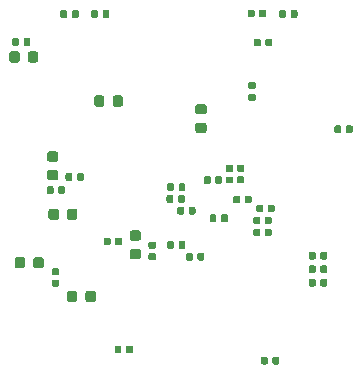
<source format=gbp>
G04 #@! TF.GenerationSoftware,KiCad,Pcbnew,5.1.5-52549c5~84~ubuntu18.04.1*
G04 #@! TF.CreationDate,2020-04-21T12:23:25+01:00*
G04 #@! TF.ProjectId,amalthea_rev0,616d616c-7468-4656-915f-726576302e6b,rev?*
G04 #@! TF.SameCoordinates,Original*
G04 #@! TF.FileFunction,Paste,Bot*
G04 #@! TF.FilePolarity,Positive*
%FSLAX46Y46*%
G04 Gerber Fmt 4.6, Leading zero omitted, Abs format (unit mm)*
G04 Created by KiCad (PCBNEW 5.1.5-52549c5~84~ubuntu18.04.1) date 2020-04-21 12:23:25*
%MOMM*%
%LPD*%
G04 APERTURE LIST*
%ADD10C,0.100000*%
G04 APERTURE END LIST*
D10*
G36*
X118191958Y-71180710D02*
G01*
X118206276Y-71182834D01*
X118220317Y-71186351D01*
X118233946Y-71191228D01*
X118247031Y-71197417D01*
X118259447Y-71204858D01*
X118271073Y-71213481D01*
X118281798Y-71223202D01*
X118291519Y-71233927D01*
X118300142Y-71245553D01*
X118307583Y-71257969D01*
X118313772Y-71271054D01*
X118318649Y-71284683D01*
X118322166Y-71298724D01*
X118324290Y-71313042D01*
X118325000Y-71327500D01*
X118325000Y-71672500D01*
X118324290Y-71686958D01*
X118322166Y-71701276D01*
X118318649Y-71715317D01*
X118313772Y-71728946D01*
X118307583Y-71742031D01*
X118300142Y-71754447D01*
X118291519Y-71766073D01*
X118281798Y-71776798D01*
X118271073Y-71786519D01*
X118259447Y-71795142D01*
X118247031Y-71802583D01*
X118233946Y-71808772D01*
X118220317Y-71813649D01*
X118206276Y-71817166D01*
X118191958Y-71819290D01*
X118177500Y-71820000D01*
X117882500Y-71820000D01*
X117868042Y-71819290D01*
X117853724Y-71817166D01*
X117839683Y-71813649D01*
X117826054Y-71808772D01*
X117812969Y-71802583D01*
X117800553Y-71795142D01*
X117788927Y-71786519D01*
X117778202Y-71776798D01*
X117768481Y-71766073D01*
X117759858Y-71754447D01*
X117752417Y-71742031D01*
X117746228Y-71728946D01*
X117741351Y-71715317D01*
X117737834Y-71701276D01*
X117735710Y-71686958D01*
X117735000Y-71672500D01*
X117735000Y-71327500D01*
X117735710Y-71313042D01*
X117737834Y-71298724D01*
X117741351Y-71284683D01*
X117746228Y-71271054D01*
X117752417Y-71257969D01*
X117759858Y-71245553D01*
X117768481Y-71233927D01*
X117778202Y-71223202D01*
X117788927Y-71213481D01*
X117800553Y-71204858D01*
X117812969Y-71197417D01*
X117826054Y-71191228D01*
X117839683Y-71186351D01*
X117853724Y-71182834D01*
X117868042Y-71180710D01*
X117882500Y-71180000D01*
X118177500Y-71180000D01*
X118191958Y-71180710D01*
G37*
G36*
X119161958Y-71180710D02*
G01*
X119176276Y-71182834D01*
X119190317Y-71186351D01*
X119203946Y-71191228D01*
X119217031Y-71197417D01*
X119229447Y-71204858D01*
X119241073Y-71213481D01*
X119251798Y-71223202D01*
X119261519Y-71233927D01*
X119270142Y-71245553D01*
X119277583Y-71257969D01*
X119283772Y-71271054D01*
X119288649Y-71284683D01*
X119292166Y-71298724D01*
X119294290Y-71313042D01*
X119295000Y-71327500D01*
X119295000Y-71672500D01*
X119294290Y-71686958D01*
X119292166Y-71701276D01*
X119288649Y-71715317D01*
X119283772Y-71728946D01*
X119277583Y-71742031D01*
X119270142Y-71754447D01*
X119261519Y-71766073D01*
X119251798Y-71776798D01*
X119241073Y-71786519D01*
X119229447Y-71795142D01*
X119217031Y-71802583D01*
X119203946Y-71808772D01*
X119190317Y-71813649D01*
X119176276Y-71817166D01*
X119161958Y-71819290D01*
X119147500Y-71820000D01*
X118852500Y-71820000D01*
X118838042Y-71819290D01*
X118823724Y-71817166D01*
X118809683Y-71813649D01*
X118796054Y-71808772D01*
X118782969Y-71802583D01*
X118770553Y-71795142D01*
X118758927Y-71786519D01*
X118748202Y-71776798D01*
X118738481Y-71766073D01*
X118729858Y-71754447D01*
X118722417Y-71742031D01*
X118716228Y-71728946D01*
X118711351Y-71715317D01*
X118707834Y-71701276D01*
X118705710Y-71686958D01*
X118705000Y-71672500D01*
X118705000Y-71327500D01*
X118705710Y-71313042D01*
X118707834Y-71298724D01*
X118711351Y-71284683D01*
X118716228Y-71271054D01*
X118722417Y-71257969D01*
X118729858Y-71245553D01*
X118738481Y-71233927D01*
X118748202Y-71223202D01*
X118758927Y-71213481D01*
X118770553Y-71204858D01*
X118782969Y-71197417D01*
X118796054Y-71191228D01*
X118809683Y-71186351D01*
X118823724Y-71182834D01*
X118838042Y-71180710D01*
X118852500Y-71180000D01*
X119147500Y-71180000D01*
X119161958Y-71180710D01*
G37*
G36*
X105911958Y-71230710D02*
G01*
X105926276Y-71232834D01*
X105940317Y-71236351D01*
X105953946Y-71241228D01*
X105967031Y-71247417D01*
X105979447Y-71254858D01*
X105991073Y-71263481D01*
X106001798Y-71273202D01*
X106011519Y-71283927D01*
X106020142Y-71295553D01*
X106027583Y-71307969D01*
X106033772Y-71321054D01*
X106038649Y-71334683D01*
X106042166Y-71348724D01*
X106044290Y-71363042D01*
X106045000Y-71377500D01*
X106045000Y-71722500D01*
X106044290Y-71736958D01*
X106042166Y-71751276D01*
X106038649Y-71765317D01*
X106033772Y-71778946D01*
X106027583Y-71792031D01*
X106020142Y-71804447D01*
X106011519Y-71816073D01*
X106001798Y-71826798D01*
X105991073Y-71836519D01*
X105979447Y-71845142D01*
X105967031Y-71852583D01*
X105953946Y-71858772D01*
X105940317Y-71863649D01*
X105926276Y-71867166D01*
X105911958Y-71869290D01*
X105897500Y-71870000D01*
X105602500Y-71870000D01*
X105588042Y-71869290D01*
X105573724Y-71867166D01*
X105559683Y-71863649D01*
X105546054Y-71858772D01*
X105532969Y-71852583D01*
X105520553Y-71845142D01*
X105508927Y-71836519D01*
X105498202Y-71826798D01*
X105488481Y-71816073D01*
X105479858Y-71804447D01*
X105472417Y-71792031D01*
X105466228Y-71778946D01*
X105461351Y-71765317D01*
X105457834Y-71751276D01*
X105455710Y-71736958D01*
X105455000Y-71722500D01*
X105455000Y-71377500D01*
X105455710Y-71363042D01*
X105457834Y-71348724D01*
X105461351Y-71334683D01*
X105466228Y-71321054D01*
X105472417Y-71307969D01*
X105479858Y-71295553D01*
X105488481Y-71283927D01*
X105498202Y-71273202D01*
X105508927Y-71263481D01*
X105520553Y-71254858D01*
X105532969Y-71247417D01*
X105546054Y-71241228D01*
X105559683Y-71236351D01*
X105573724Y-71232834D01*
X105588042Y-71230710D01*
X105602500Y-71230000D01*
X105897500Y-71230000D01*
X105911958Y-71230710D01*
G37*
G36*
X104941958Y-71230710D02*
G01*
X104956276Y-71232834D01*
X104970317Y-71236351D01*
X104983946Y-71241228D01*
X104997031Y-71247417D01*
X105009447Y-71254858D01*
X105021073Y-71263481D01*
X105031798Y-71273202D01*
X105041519Y-71283927D01*
X105050142Y-71295553D01*
X105057583Y-71307969D01*
X105063772Y-71321054D01*
X105068649Y-71334683D01*
X105072166Y-71348724D01*
X105074290Y-71363042D01*
X105075000Y-71377500D01*
X105075000Y-71722500D01*
X105074290Y-71736958D01*
X105072166Y-71751276D01*
X105068649Y-71765317D01*
X105063772Y-71778946D01*
X105057583Y-71792031D01*
X105050142Y-71804447D01*
X105041519Y-71816073D01*
X105031798Y-71826798D01*
X105021073Y-71836519D01*
X105009447Y-71845142D01*
X104997031Y-71852583D01*
X104983946Y-71858772D01*
X104970317Y-71863649D01*
X104956276Y-71867166D01*
X104941958Y-71869290D01*
X104927500Y-71870000D01*
X104632500Y-71870000D01*
X104618042Y-71869290D01*
X104603724Y-71867166D01*
X104589683Y-71863649D01*
X104576054Y-71858772D01*
X104562969Y-71852583D01*
X104550553Y-71845142D01*
X104538927Y-71836519D01*
X104528202Y-71826798D01*
X104518481Y-71816073D01*
X104509858Y-71804447D01*
X104502417Y-71792031D01*
X104496228Y-71778946D01*
X104491351Y-71765317D01*
X104487834Y-71751276D01*
X104485710Y-71736958D01*
X104485000Y-71722500D01*
X104485000Y-71377500D01*
X104485710Y-71363042D01*
X104487834Y-71348724D01*
X104491351Y-71334683D01*
X104496228Y-71321054D01*
X104502417Y-71307969D01*
X104509858Y-71295553D01*
X104518481Y-71283927D01*
X104528202Y-71273202D01*
X104538927Y-71263481D01*
X104550553Y-71254858D01*
X104562969Y-71247417D01*
X104576054Y-71241228D01*
X104589683Y-71236351D01*
X104603724Y-71232834D01*
X104618042Y-71230710D01*
X104632500Y-71230000D01*
X104927500Y-71230000D01*
X104941958Y-71230710D01*
G37*
G36*
X121831958Y-71230710D02*
G01*
X121846276Y-71232834D01*
X121860317Y-71236351D01*
X121873946Y-71241228D01*
X121887031Y-71247417D01*
X121899447Y-71254858D01*
X121911073Y-71263481D01*
X121921798Y-71273202D01*
X121931519Y-71283927D01*
X121940142Y-71295553D01*
X121947583Y-71307969D01*
X121953772Y-71321054D01*
X121958649Y-71334683D01*
X121962166Y-71348724D01*
X121964290Y-71363042D01*
X121965000Y-71377500D01*
X121965000Y-71722500D01*
X121964290Y-71736958D01*
X121962166Y-71751276D01*
X121958649Y-71765317D01*
X121953772Y-71778946D01*
X121947583Y-71792031D01*
X121940142Y-71804447D01*
X121931519Y-71816073D01*
X121921798Y-71826798D01*
X121911073Y-71836519D01*
X121899447Y-71845142D01*
X121887031Y-71852583D01*
X121873946Y-71858772D01*
X121860317Y-71863649D01*
X121846276Y-71867166D01*
X121831958Y-71869290D01*
X121817500Y-71870000D01*
X121522500Y-71870000D01*
X121508042Y-71869290D01*
X121493724Y-71867166D01*
X121479683Y-71863649D01*
X121466054Y-71858772D01*
X121452969Y-71852583D01*
X121440553Y-71845142D01*
X121428927Y-71836519D01*
X121418202Y-71826798D01*
X121408481Y-71816073D01*
X121399858Y-71804447D01*
X121392417Y-71792031D01*
X121386228Y-71778946D01*
X121381351Y-71765317D01*
X121377834Y-71751276D01*
X121375710Y-71736958D01*
X121375000Y-71722500D01*
X121375000Y-71377500D01*
X121375710Y-71363042D01*
X121377834Y-71348724D01*
X121381351Y-71334683D01*
X121386228Y-71321054D01*
X121392417Y-71307969D01*
X121399858Y-71295553D01*
X121408481Y-71283927D01*
X121418202Y-71273202D01*
X121428927Y-71263481D01*
X121440553Y-71254858D01*
X121452969Y-71247417D01*
X121466054Y-71241228D01*
X121479683Y-71236351D01*
X121493724Y-71232834D01*
X121508042Y-71230710D01*
X121522500Y-71230000D01*
X121817500Y-71230000D01*
X121831958Y-71230710D01*
G37*
G36*
X120861958Y-71230710D02*
G01*
X120876276Y-71232834D01*
X120890317Y-71236351D01*
X120903946Y-71241228D01*
X120917031Y-71247417D01*
X120929447Y-71254858D01*
X120941073Y-71263481D01*
X120951798Y-71273202D01*
X120961519Y-71283927D01*
X120970142Y-71295553D01*
X120977583Y-71307969D01*
X120983772Y-71321054D01*
X120988649Y-71334683D01*
X120992166Y-71348724D01*
X120994290Y-71363042D01*
X120995000Y-71377500D01*
X120995000Y-71722500D01*
X120994290Y-71736958D01*
X120992166Y-71751276D01*
X120988649Y-71765317D01*
X120983772Y-71778946D01*
X120977583Y-71792031D01*
X120970142Y-71804447D01*
X120961519Y-71816073D01*
X120951798Y-71826798D01*
X120941073Y-71836519D01*
X120929447Y-71845142D01*
X120917031Y-71852583D01*
X120903946Y-71858772D01*
X120890317Y-71863649D01*
X120876276Y-71867166D01*
X120861958Y-71869290D01*
X120847500Y-71870000D01*
X120552500Y-71870000D01*
X120538042Y-71869290D01*
X120523724Y-71867166D01*
X120509683Y-71863649D01*
X120496054Y-71858772D01*
X120482969Y-71852583D01*
X120470553Y-71845142D01*
X120458927Y-71836519D01*
X120448202Y-71826798D01*
X120438481Y-71816073D01*
X120429858Y-71804447D01*
X120422417Y-71792031D01*
X120416228Y-71778946D01*
X120411351Y-71765317D01*
X120407834Y-71751276D01*
X120405710Y-71736958D01*
X120405000Y-71722500D01*
X120405000Y-71377500D01*
X120405710Y-71363042D01*
X120407834Y-71348724D01*
X120411351Y-71334683D01*
X120416228Y-71321054D01*
X120422417Y-71307969D01*
X120429858Y-71295553D01*
X120438481Y-71283927D01*
X120448202Y-71273202D01*
X120458927Y-71263481D01*
X120470553Y-71254858D01*
X120482969Y-71247417D01*
X120496054Y-71241228D01*
X120509683Y-71236351D01*
X120523724Y-71232834D01*
X120538042Y-71230710D01*
X120552500Y-71230000D01*
X120847500Y-71230000D01*
X120861958Y-71230710D01*
G37*
G36*
X102341958Y-71230710D02*
G01*
X102356276Y-71232834D01*
X102370317Y-71236351D01*
X102383946Y-71241228D01*
X102397031Y-71247417D01*
X102409447Y-71254858D01*
X102421073Y-71263481D01*
X102431798Y-71273202D01*
X102441519Y-71283927D01*
X102450142Y-71295553D01*
X102457583Y-71307969D01*
X102463772Y-71321054D01*
X102468649Y-71334683D01*
X102472166Y-71348724D01*
X102474290Y-71363042D01*
X102475000Y-71377500D01*
X102475000Y-71722500D01*
X102474290Y-71736958D01*
X102472166Y-71751276D01*
X102468649Y-71765317D01*
X102463772Y-71778946D01*
X102457583Y-71792031D01*
X102450142Y-71804447D01*
X102441519Y-71816073D01*
X102431798Y-71826798D01*
X102421073Y-71836519D01*
X102409447Y-71845142D01*
X102397031Y-71852583D01*
X102383946Y-71858772D01*
X102370317Y-71863649D01*
X102356276Y-71867166D01*
X102341958Y-71869290D01*
X102327500Y-71870000D01*
X102032500Y-71870000D01*
X102018042Y-71869290D01*
X102003724Y-71867166D01*
X101989683Y-71863649D01*
X101976054Y-71858772D01*
X101962969Y-71852583D01*
X101950553Y-71845142D01*
X101938927Y-71836519D01*
X101928202Y-71826798D01*
X101918481Y-71816073D01*
X101909858Y-71804447D01*
X101902417Y-71792031D01*
X101896228Y-71778946D01*
X101891351Y-71765317D01*
X101887834Y-71751276D01*
X101885710Y-71736958D01*
X101885000Y-71722500D01*
X101885000Y-71377500D01*
X101885710Y-71363042D01*
X101887834Y-71348724D01*
X101891351Y-71334683D01*
X101896228Y-71321054D01*
X101902417Y-71307969D01*
X101909858Y-71295553D01*
X101918481Y-71283927D01*
X101928202Y-71273202D01*
X101938927Y-71263481D01*
X101950553Y-71254858D01*
X101962969Y-71247417D01*
X101976054Y-71241228D01*
X101989683Y-71236351D01*
X102003724Y-71232834D01*
X102018042Y-71230710D01*
X102032500Y-71230000D01*
X102327500Y-71230000D01*
X102341958Y-71230710D01*
G37*
G36*
X103311958Y-71230710D02*
G01*
X103326276Y-71232834D01*
X103340317Y-71236351D01*
X103353946Y-71241228D01*
X103367031Y-71247417D01*
X103379447Y-71254858D01*
X103391073Y-71263481D01*
X103401798Y-71273202D01*
X103411519Y-71283927D01*
X103420142Y-71295553D01*
X103427583Y-71307969D01*
X103433772Y-71321054D01*
X103438649Y-71334683D01*
X103442166Y-71348724D01*
X103444290Y-71363042D01*
X103445000Y-71377500D01*
X103445000Y-71722500D01*
X103444290Y-71736958D01*
X103442166Y-71751276D01*
X103438649Y-71765317D01*
X103433772Y-71778946D01*
X103427583Y-71792031D01*
X103420142Y-71804447D01*
X103411519Y-71816073D01*
X103401798Y-71826798D01*
X103391073Y-71836519D01*
X103379447Y-71845142D01*
X103367031Y-71852583D01*
X103353946Y-71858772D01*
X103340317Y-71863649D01*
X103326276Y-71867166D01*
X103311958Y-71869290D01*
X103297500Y-71870000D01*
X103002500Y-71870000D01*
X102988042Y-71869290D01*
X102973724Y-71867166D01*
X102959683Y-71863649D01*
X102946054Y-71858772D01*
X102932969Y-71852583D01*
X102920553Y-71845142D01*
X102908927Y-71836519D01*
X102898202Y-71826798D01*
X102888481Y-71816073D01*
X102879858Y-71804447D01*
X102872417Y-71792031D01*
X102866228Y-71778946D01*
X102861351Y-71765317D01*
X102857834Y-71751276D01*
X102855710Y-71736958D01*
X102855000Y-71722500D01*
X102855000Y-71377500D01*
X102855710Y-71363042D01*
X102857834Y-71348724D01*
X102861351Y-71334683D01*
X102866228Y-71321054D01*
X102872417Y-71307969D01*
X102879858Y-71295553D01*
X102888481Y-71283927D01*
X102898202Y-71273202D01*
X102908927Y-71263481D01*
X102920553Y-71254858D01*
X102932969Y-71247417D01*
X102946054Y-71241228D01*
X102959683Y-71236351D01*
X102973724Y-71232834D01*
X102988042Y-71230710D01*
X103002500Y-71230000D01*
X103297500Y-71230000D01*
X103311958Y-71230710D01*
G37*
G36*
X125541958Y-80980710D02*
G01*
X125556276Y-80982834D01*
X125570317Y-80986351D01*
X125583946Y-80991228D01*
X125597031Y-80997417D01*
X125609447Y-81004858D01*
X125621073Y-81013481D01*
X125631798Y-81023202D01*
X125641519Y-81033927D01*
X125650142Y-81045553D01*
X125657583Y-81057969D01*
X125663772Y-81071054D01*
X125668649Y-81084683D01*
X125672166Y-81098724D01*
X125674290Y-81113042D01*
X125675000Y-81127500D01*
X125675000Y-81472500D01*
X125674290Y-81486958D01*
X125672166Y-81501276D01*
X125668649Y-81515317D01*
X125663772Y-81528946D01*
X125657583Y-81542031D01*
X125650142Y-81554447D01*
X125641519Y-81566073D01*
X125631798Y-81576798D01*
X125621073Y-81586519D01*
X125609447Y-81595142D01*
X125597031Y-81602583D01*
X125583946Y-81608772D01*
X125570317Y-81613649D01*
X125556276Y-81617166D01*
X125541958Y-81619290D01*
X125527500Y-81620000D01*
X125232500Y-81620000D01*
X125218042Y-81619290D01*
X125203724Y-81617166D01*
X125189683Y-81613649D01*
X125176054Y-81608772D01*
X125162969Y-81602583D01*
X125150553Y-81595142D01*
X125138927Y-81586519D01*
X125128202Y-81576798D01*
X125118481Y-81566073D01*
X125109858Y-81554447D01*
X125102417Y-81542031D01*
X125096228Y-81528946D01*
X125091351Y-81515317D01*
X125087834Y-81501276D01*
X125085710Y-81486958D01*
X125085000Y-81472500D01*
X125085000Y-81127500D01*
X125085710Y-81113042D01*
X125087834Y-81098724D01*
X125091351Y-81084683D01*
X125096228Y-81071054D01*
X125102417Y-81057969D01*
X125109858Y-81045553D01*
X125118481Y-81033927D01*
X125128202Y-81023202D01*
X125138927Y-81013481D01*
X125150553Y-81004858D01*
X125162969Y-80997417D01*
X125176054Y-80991228D01*
X125189683Y-80986351D01*
X125203724Y-80982834D01*
X125218042Y-80980710D01*
X125232500Y-80980000D01*
X125527500Y-80980000D01*
X125541958Y-80980710D01*
G37*
G36*
X126511958Y-80980710D02*
G01*
X126526276Y-80982834D01*
X126540317Y-80986351D01*
X126553946Y-80991228D01*
X126567031Y-80997417D01*
X126579447Y-81004858D01*
X126591073Y-81013481D01*
X126601798Y-81023202D01*
X126611519Y-81033927D01*
X126620142Y-81045553D01*
X126627583Y-81057969D01*
X126633772Y-81071054D01*
X126638649Y-81084683D01*
X126642166Y-81098724D01*
X126644290Y-81113042D01*
X126645000Y-81127500D01*
X126645000Y-81472500D01*
X126644290Y-81486958D01*
X126642166Y-81501276D01*
X126638649Y-81515317D01*
X126633772Y-81528946D01*
X126627583Y-81542031D01*
X126620142Y-81554447D01*
X126611519Y-81566073D01*
X126601798Y-81576798D01*
X126591073Y-81586519D01*
X126579447Y-81595142D01*
X126567031Y-81602583D01*
X126553946Y-81608772D01*
X126540317Y-81613649D01*
X126526276Y-81617166D01*
X126511958Y-81619290D01*
X126497500Y-81620000D01*
X126202500Y-81620000D01*
X126188042Y-81619290D01*
X126173724Y-81617166D01*
X126159683Y-81613649D01*
X126146054Y-81608772D01*
X126132969Y-81602583D01*
X126120553Y-81595142D01*
X126108927Y-81586519D01*
X126098202Y-81576798D01*
X126088481Y-81566073D01*
X126079858Y-81554447D01*
X126072417Y-81542031D01*
X126066228Y-81528946D01*
X126061351Y-81515317D01*
X126057834Y-81501276D01*
X126055710Y-81486958D01*
X126055000Y-81472500D01*
X126055000Y-81127500D01*
X126055710Y-81113042D01*
X126057834Y-81098724D01*
X126061351Y-81084683D01*
X126066228Y-81071054D01*
X126072417Y-81057969D01*
X126079858Y-81045553D01*
X126088481Y-81033927D01*
X126098202Y-81023202D01*
X126108927Y-81013481D01*
X126120553Y-81004858D01*
X126132969Y-80997417D01*
X126146054Y-80991228D01*
X126159683Y-80986351D01*
X126173724Y-80982834D01*
X126188042Y-80980710D01*
X126202500Y-80980000D01*
X126497500Y-80980000D01*
X126511958Y-80980710D01*
G37*
G36*
X114069691Y-80742053D02*
G01*
X114090926Y-80745203D01*
X114111750Y-80750419D01*
X114131962Y-80757651D01*
X114151368Y-80766830D01*
X114169781Y-80777866D01*
X114187024Y-80790654D01*
X114202930Y-80805070D01*
X114217346Y-80820976D01*
X114230134Y-80838219D01*
X114241170Y-80856632D01*
X114250349Y-80876038D01*
X114257581Y-80896250D01*
X114262797Y-80917074D01*
X114265947Y-80938309D01*
X114267000Y-80959750D01*
X114267000Y-81397250D01*
X114265947Y-81418691D01*
X114262797Y-81439926D01*
X114257581Y-81460750D01*
X114250349Y-81480962D01*
X114241170Y-81500368D01*
X114230134Y-81518781D01*
X114217346Y-81536024D01*
X114202930Y-81551930D01*
X114187024Y-81566346D01*
X114169781Y-81579134D01*
X114151368Y-81590170D01*
X114131962Y-81599349D01*
X114111750Y-81606581D01*
X114090926Y-81611797D01*
X114069691Y-81614947D01*
X114048250Y-81616000D01*
X113535750Y-81616000D01*
X113514309Y-81614947D01*
X113493074Y-81611797D01*
X113472250Y-81606581D01*
X113452038Y-81599349D01*
X113432632Y-81590170D01*
X113414219Y-81579134D01*
X113396976Y-81566346D01*
X113381070Y-81551930D01*
X113366654Y-81536024D01*
X113353866Y-81518781D01*
X113342830Y-81500368D01*
X113333651Y-81480962D01*
X113326419Y-81460750D01*
X113321203Y-81439926D01*
X113318053Y-81418691D01*
X113317000Y-81397250D01*
X113317000Y-80959750D01*
X113318053Y-80938309D01*
X113321203Y-80917074D01*
X113326419Y-80896250D01*
X113333651Y-80876038D01*
X113342830Y-80856632D01*
X113353866Y-80838219D01*
X113366654Y-80820976D01*
X113381070Y-80805070D01*
X113396976Y-80790654D01*
X113414219Y-80777866D01*
X113432632Y-80766830D01*
X113452038Y-80757651D01*
X113472250Y-80750419D01*
X113493074Y-80745203D01*
X113514309Y-80742053D01*
X113535750Y-80741000D01*
X114048250Y-80741000D01*
X114069691Y-80742053D01*
G37*
G36*
X114069691Y-79167053D02*
G01*
X114090926Y-79170203D01*
X114111750Y-79175419D01*
X114131962Y-79182651D01*
X114151368Y-79191830D01*
X114169781Y-79202866D01*
X114187024Y-79215654D01*
X114202930Y-79230070D01*
X114217346Y-79245976D01*
X114230134Y-79263219D01*
X114241170Y-79281632D01*
X114250349Y-79301038D01*
X114257581Y-79321250D01*
X114262797Y-79342074D01*
X114265947Y-79363309D01*
X114267000Y-79384750D01*
X114267000Y-79822250D01*
X114265947Y-79843691D01*
X114262797Y-79864926D01*
X114257581Y-79885750D01*
X114250349Y-79905962D01*
X114241170Y-79925368D01*
X114230134Y-79943781D01*
X114217346Y-79961024D01*
X114202930Y-79976930D01*
X114187024Y-79991346D01*
X114169781Y-80004134D01*
X114151368Y-80015170D01*
X114131962Y-80024349D01*
X114111750Y-80031581D01*
X114090926Y-80036797D01*
X114069691Y-80039947D01*
X114048250Y-80041000D01*
X113535750Y-80041000D01*
X113514309Y-80039947D01*
X113493074Y-80036797D01*
X113472250Y-80031581D01*
X113452038Y-80024349D01*
X113432632Y-80015170D01*
X113414219Y-80004134D01*
X113396976Y-79991346D01*
X113381070Y-79976930D01*
X113366654Y-79961024D01*
X113353866Y-79943781D01*
X113342830Y-79925368D01*
X113333651Y-79905962D01*
X113326419Y-79885750D01*
X113321203Y-79864926D01*
X113318053Y-79843691D01*
X113317000Y-79822250D01*
X113317000Y-79384750D01*
X113318053Y-79363309D01*
X113321203Y-79342074D01*
X113326419Y-79321250D01*
X113333651Y-79301038D01*
X113342830Y-79281632D01*
X113353866Y-79263219D01*
X113366654Y-79245976D01*
X113381070Y-79230070D01*
X113396976Y-79215654D01*
X113414219Y-79202866D01*
X113432632Y-79191830D01*
X113452038Y-79182651D01*
X113472250Y-79175419D01*
X113493074Y-79170203D01*
X113514309Y-79167053D01*
X113535750Y-79166000D01*
X114048250Y-79166000D01*
X114069691Y-79167053D01*
G37*
G36*
X108507091Y-91435453D02*
G01*
X108528326Y-91438603D01*
X108549150Y-91443819D01*
X108569362Y-91451051D01*
X108588768Y-91460230D01*
X108607181Y-91471266D01*
X108624424Y-91484054D01*
X108640330Y-91498470D01*
X108654746Y-91514376D01*
X108667534Y-91531619D01*
X108678570Y-91550032D01*
X108687749Y-91569438D01*
X108694981Y-91589650D01*
X108700197Y-91610474D01*
X108703347Y-91631709D01*
X108704400Y-91653150D01*
X108704400Y-92090650D01*
X108703347Y-92112091D01*
X108700197Y-92133326D01*
X108694981Y-92154150D01*
X108687749Y-92174362D01*
X108678570Y-92193768D01*
X108667534Y-92212181D01*
X108654746Y-92229424D01*
X108640330Y-92245330D01*
X108624424Y-92259746D01*
X108607181Y-92272534D01*
X108588768Y-92283570D01*
X108569362Y-92292749D01*
X108549150Y-92299981D01*
X108528326Y-92305197D01*
X108507091Y-92308347D01*
X108485650Y-92309400D01*
X107973150Y-92309400D01*
X107951709Y-92308347D01*
X107930474Y-92305197D01*
X107909650Y-92299981D01*
X107889438Y-92292749D01*
X107870032Y-92283570D01*
X107851619Y-92272534D01*
X107834376Y-92259746D01*
X107818470Y-92245330D01*
X107804054Y-92229424D01*
X107791266Y-92212181D01*
X107780230Y-92193768D01*
X107771051Y-92174362D01*
X107763819Y-92154150D01*
X107758603Y-92133326D01*
X107755453Y-92112091D01*
X107754400Y-92090650D01*
X107754400Y-91653150D01*
X107755453Y-91631709D01*
X107758603Y-91610474D01*
X107763819Y-91589650D01*
X107771051Y-91569438D01*
X107780230Y-91550032D01*
X107791266Y-91531619D01*
X107804054Y-91514376D01*
X107818470Y-91498470D01*
X107834376Y-91484054D01*
X107851619Y-91471266D01*
X107870032Y-91460230D01*
X107889438Y-91451051D01*
X107909650Y-91443819D01*
X107930474Y-91438603D01*
X107951709Y-91435453D01*
X107973150Y-91434400D01*
X108485650Y-91434400D01*
X108507091Y-91435453D01*
G37*
G36*
X108507091Y-89860453D02*
G01*
X108528326Y-89863603D01*
X108549150Y-89868819D01*
X108569362Y-89876051D01*
X108588768Y-89885230D01*
X108607181Y-89896266D01*
X108624424Y-89909054D01*
X108640330Y-89923470D01*
X108654746Y-89939376D01*
X108667534Y-89956619D01*
X108678570Y-89975032D01*
X108687749Y-89994438D01*
X108694981Y-90014650D01*
X108700197Y-90035474D01*
X108703347Y-90056709D01*
X108704400Y-90078150D01*
X108704400Y-90515650D01*
X108703347Y-90537091D01*
X108700197Y-90558326D01*
X108694981Y-90579150D01*
X108687749Y-90599362D01*
X108678570Y-90618768D01*
X108667534Y-90637181D01*
X108654746Y-90654424D01*
X108640330Y-90670330D01*
X108624424Y-90684746D01*
X108607181Y-90697534D01*
X108588768Y-90708570D01*
X108569362Y-90717749D01*
X108549150Y-90724981D01*
X108528326Y-90730197D01*
X108507091Y-90733347D01*
X108485650Y-90734400D01*
X107973150Y-90734400D01*
X107951709Y-90733347D01*
X107930474Y-90730197D01*
X107909650Y-90724981D01*
X107889438Y-90717749D01*
X107870032Y-90708570D01*
X107851619Y-90697534D01*
X107834376Y-90684746D01*
X107818470Y-90670330D01*
X107804054Y-90654424D01*
X107791266Y-90637181D01*
X107780230Y-90618768D01*
X107771051Y-90599362D01*
X107763819Y-90579150D01*
X107758603Y-90558326D01*
X107755453Y-90537091D01*
X107754400Y-90515650D01*
X107754400Y-90078150D01*
X107755453Y-90056709D01*
X107758603Y-90035474D01*
X107763819Y-90014650D01*
X107771051Y-89994438D01*
X107780230Y-89975032D01*
X107791266Y-89956619D01*
X107804054Y-89939376D01*
X107818470Y-89923470D01*
X107834376Y-89909054D01*
X107851619Y-89896266D01*
X107870032Y-89885230D01*
X107889438Y-89876051D01*
X107909650Y-89868819D01*
X107930474Y-89863603D01*
X107951709Y-89860453D01*
X107973150Y-89859400D01*
X108485650Y-89859400D01*
X108507091Y-89860453D01*
G37*
G36*
X99808191Y-74710053D02*
G01*
X99829426Y-74713203D01*
X99850250Y-74718419D01*
X99870462Y-74725651D01*
X99889868Y-74734830D01*
X99908281Y-74745866D01*
X99925524Y-74758654D01*
X99941430Y-74773070D01*
X99955846Y-74788976D01*
X99968634Y-74806219D01*
X99979670Y-74824632D01*
X99988849Y-74844038D01*
X99996081Y-74864250D01*
X100001297Y-74885074D01*
X100004447Y-74906309D01*
X100005500Y-74927750D01*
X100005500Y-75440250D01*
X100004447Y-75461691D01*
X100001297Y-75482926D01*
X99996081Y-75503750D01*
X99988849Y-75523962D01*
X99979670Y-75543368D01*
X99968634Y-75561781D01*
X99955846Y-75579024D01*
X99941430Y-75594930D01*
X99925524Y-75609346D01*
X99908281Y-75622134D01*
X99889868Y-75633170D01*
X99870462Y-75642349D01*
X99850250Y-75649581D01*
X99829426Y-75654797D01*
X99808191Y-75657947D01*
X99786750Y-75659000D01*
X99349250Y-75659000D01*
X99327809Y-75657947D01*
X99306574Y-75654797D01*
X99285750Y-75649581D01*
X99265538Y-75642349D01*
X99246132Y-75633170D01*
X99227719Y-75622134D01*
X99210476Y-75609346D01*
X99194570Y-75594930D01*
X99180154Y-75579024D01*
X99167366Y-75561781D01*
X99156330Y-75543368D01*
X99147151Y-75523962D01*
X99139919Y-75503750D01*
X99134703Y-75482926D01*
X99131553Y-75461691D01*
X99130500Y-75440250D01*
X99130500Y-74927750D01*
X99131553Y-74906309D01*
X99134703Y-74885074D01*
X99139919Y-74864250D01*
X99147151Y-74844038D01*
X99156330Y-74824632D01*
X99167366Y-74806219D01*
X99180154Y-74788976D01*
X99194570Y-74773070D01*
X99210476Y-74758654D01*
X99227719Y-74745866D01*
X99246132Y-74734830D01*
X99265538Y-74725651D01*
X99285750Y-74718419D01*
X99306574Y-74713203D01*
X99327809Y-74710053D01*
X99349250Y-74709000D01*
X99786750Y-74709000D01*
X99808191Y-74710053D01*
G37*
G36*
X98233191Y-74710053D02*
G01*
X98254426Y-74713203D01*
X98275250Y-74718419D01*
X98295462Y-74725651D01*
X98314868Y-74734830D01*
X98333281Y-74745866D01*
X98350524Y-74758654D01*
X98366430Y-74773070D01*
X98380846Y-74788976D01*
X98393634Y-74806219D01*
X98404670Y-74824632D01*
X98413849Y-74844038D01*
X98421081Y-74864250D01*
X98426297Y-74885074D01*
X98429447Y-74906309D01*
X98430500Y-74927750D01*
X98430500Y-75440250D01*
X98429447Y-75461691D01*
X98426297Y-75482926D01*
X98421081Y-75503750D01*
X98413849Y-75523962D01*
X98404670Y-75543368D01*
X98393634Y-75561781D01*
X98380846Y-75579024D01*
X98366430Y-75594930D01*
X98350524Y-75609346D01*
X98333281Y-75622134D01*
X98314868Y-75633170D01*
X98295462Y-75642349D01*
X98275250Y-75649581D01*
X98254426Y-75654797D01*
X98233191Y-75657947D01*
X98211750Y-75659000D01*
X97774250Y-75659000D01*
X97752809Y-75657947D01*
X97731574Y-75654797D01*
X97710750Y-75649581D01*
X97690538Y-75642349D01*
X97671132Y-75633170D01*
X97652719Y-75622134D01*
X97635476Y-75609346D01*
X97619570Y-75594930D01*
X97605154Y-75579024D01*
X97592366Y-75561781D01*
X97581330Y-75543368D01*
X97572151Y-75523962D01*
X97564919Y-75503750D01*
X97559703Y-75482926D01*
X97556553Y-75461691D01*
X97555500Y-75440250D01*
X97555500Y-74927750D01*
X97556553Y-74906309D01*
X97559703Y-74885074D01*
X97564919Y-74864250D01*
X97572151Y-74844038D01*
X97581330Y-74824632D01*
X97592366Y-74806219D01*
X97605154Y-74788976D01*
X97619570Y-74773070D01*
X97635476Y-74758654D01*
X97652719Y-74745866D01*
X97671132Y-74734830D01*
X97690538Y-74725651D01*
X97710750Y-74718419D01*
X97731574Y-74713203D01*
X97752809Y-74710053D01*
X97774250Y-74709000D01*
X98211750Y-74709000D01*
X98233191Y-74710053D01*
G37*
G36*
X113196958Y-87880710D02*
G01*
X113211276Y-87882834D01*
X113225317Y-87886351D01*
X113238946Y-87891228D01*
X113252031Y-87897417D01*
X113264447Y-87904858D01*
X113276073Y-87913481D01*
X113286798Y-87923202D01*
X113296519Y-87933927D01*
X113305142Y-87945553D01*
X113312583Y-87957969D01*
X113318772Y-87971054D01*
X113323649Y-87984683D01*
X113327166Y-87998724D01*
X113329290Y-88013042D01*
X113330000Y-88027500D01*
X113330000Y-88372500D01*
X113329290Y-88386958D01*
X113327166Y-88401276D01*
X113323649Y-88415317D01*
X113318772Y-88428946D01*
X113312583Y-88442031D01*
X113305142Y-88454447D01*
X113296519Y-88466073D01*
X113286798Y-88476798D01*
X113276073Y-88486519D01*
X113264447Y-88495142D01*
X113252031Y-88502583D01*
X113238946Y-88508772D01*
X113225317Y-88513649D01*
X113211276Y-88517166D01*
X113196958Y-88519290D01*
X113182500Y-88520000D01*
X112887500Y-88520000D01*
X112873042Y-88519290D01*
X112858724Y-88517166D01*
X112844683Y-88513649D01*
X112831054Y-88508772D01*
X112817969Y-88502583D01*
X112805553Y-88495142D01*
X112793927Y-88486519D01*
X112783202Y-88476798D01*
X112773481Y-88466073D01*
X112764858Y-88454447D01*
X112757417Y-88442031D01*
X112751228Y-88428946D01*
X112746351Y-88415317D01*
X112742834Y-88401276D01*
X112740710Y-88386958D01*
X112740000Y-88372500D01*
X112740000Y-88027500D01*
X112740710Y-88013042D01*
X112742834Y-87998724D01*
X112746351Y-87984683D01*
X112751228Y-87971054D01*
X112757417Y-87957969D01*
X112764858Y-87945553D01*
X112773481Y-87933927D01*
X112783202Y-87923202D01*
X112793927Y-87913481D01*
X112805553Y-87904858D01*
X112817969Y-87897417D01*
X112831054Y-87891228D01*
X112844683Y-87886351D01*
X112858724Y-87882834D01*
X112873042Y-87880710D01*
X112887500Y-87880000D01*
X113182500Y-87880000D01*
X113196958Y-87880710D01*
G37*
G36*
X112226958Y-87880710D02*
G01*
X112241276Y-87882834D01*
X112255317Y-87886351D01*
X112268946Y-87891228D01*
X112282031Y-87897417D01*
X112294447Y-87904858D01*
X112306073Y-87913481D01*
X112316798Y-87923202D01*
X112326519Y-87933927D01*
X112335142Y-87945553D01*
X112342583Y-87957969D01*
X112348772Y-87971054D01*
X112353649Y-87984683D01*
X112357166Y-87998724D01*
X112359290Y-88013042D01*
X112360000Y-88027500D01*
X112360000Y-88372500D01*
X112359290Y-88386958D01*
X112357166Y-88401276D01*
X112353649Y-88415317D01*
X112348772Y-88428946D01*
X112342583Y-88442031D01*
X112335142Y-88454447D01*
X112326519Y-88466073D01*
X112316798Y-88476798D01*
X112306073Y-88486519D01*
X112294447Y-88495142D01*
X112282031Y-88502583D01*
X112268946Y-88508772D01*
X112255317Y-88513649D01*
X112241276Y-88517166D01*
X112226958Y-88519290D01*
X112212500Y-88520000D01*
X111917500Y-88520000D01*
X111903042Y-88519290D01*
X111888724Y-88517166D01*
X111874683Y-88513649D01*
X111861054Y-88508772D01*
X111847969Y-88502583D01*
X111835553Y-88495142D01*
X111823927Y-88486519D01*
X111813202Y-88476798D01*
X111803481Y-88466073D01*
X111794858Y-88454447D01*
X111787417Y-88442031D01*
X111781228Y-88428946D01*
X111776351Y-88415317D01*
X111772834Y-88401276D01*
X111770710Y-88386958D01*
X111770000Y-88372500D01*
X111770000Y-88027500D01*
X111770710Y-88013042D01*
X111772834Y-87998724D01*
X111776351Y-87984683D01*
X111781228Y-87971054D01*
X111787417Y-87957969D01*
X111794858Y-87945553D01*
X111803481Y-87933927D01*
X111813202Y-87923202D01*
X111823927Y-87913481D01*
X111835553Y-87904858D01*
X111847969Y-87897417D01*
X111861054Y-87891228D01*
X111874683Y-87886351D01*
X111888724Y-87882834D01*
X111903042Y-87880710D01*
X111917500Y-87880000D01*
X112212500Y-87880000D01*
X112226958Y-87880710D01*
G37*
G36*
X117336958Y-85290710D02*
G01*
X117351276Y-85292834D01*
X117365317Y-85296351D01*
X117378946Y-85301228D01*
X117392031Y-85307417D01*
X117404447Y-85314858D01*
X117416073Y-85323481D01*
X117426798Y-85333202D01*
X117436519Y-85343927D01*
X117445142Y-85355553D01*
X117452583Y-85367969D01*
X117458772Y-85381054D01*
X117463649Y-85394683D01*
X117467166Y-85408724D01*
X117469290Y-85423042D01*
X117470000Y-85437500D01*
X117470000Y-85732500D01*
X117469290Y-85746958D01*
X117467166Y-85761276D01*
X117463649Y-85775317D01*
X117458772Y-85788946D01*
X117452583Y-85802031D01*
X117445142Y-85814447D01*
X117436519Y-85826073D01*
X117426798Y-85836798D01*
X117416073Y-85846519D01*
X117404447Y-85855142D01*
X117392031Y-85862583D01*
X117378946Y-85868772D01*
X117365317Y-85873649D01*
X117351276Y-85877166D01*
X117336958Y-85879290D01*
X117322500Y-85880000D01*
X116977500Y-85880000D01*
X116963042Y-85879290D01*
X116948724Y-85877166D01*
X116934683Y-85873649D01*
X116921054Y-85868772D01*
X116907969Y-85862583D01*
X116895553Y-85855142D01*
X116883927Y-85846519D01*
X116873202Y-85836798D01*
X116863481Y-85826073D01*
X116854858Y-85814447D01*
X116847417Y-85802031D01*
X116841228Y-85788946D01*
X116836351Y-85775317D01*
X116832834Y-85761276D01*
X116830710Y-85746958D01*
X116830000Y-85732500D01*
X116830000Y-85437500D01*
X116830710Y-85423042D01*
X116832834Y-85408724D01*
X116836351Y-85394683D01*
X116841228Y-85381054D01*
X116847417Y-85367969D01*
X116854858Y-85355553D01*
X116863481Y-85343927D01*
X116873202Y-85333202D01*
X116883927Y-85323481D01*
X116895553Y-85314858D01*
X116907969Y-85307417D01*
X116921054Y-85301228D01*
X116934683Y-85296351D01*
X116948724Y-85292834D01*
X116963042Y-85290710D01*
X116977500Y-85290000D01*
X117322500Y-85290000D01*
X117336958Y-85290710D01*
G37*
G36*
X117336958Y-84320710D02*
G01*
X117351276Y-84322834D01*
X117365317Y-84326351D01*
X117378946Y-84331228D01*
X117392031Y-84337417D01*
X117404447Y-84344858D01*
X117416073Y-84353481D01*
X117426798Y-84363202D01*
X117436519Y-84373927D01*
X117445142Y-84385553D01*
X117452583Y-84397969D01*
X117458772Y-84411054D01*
X117463649Y-84424683D01*
X117467166Y-84438724D01*
X117469290Y-84453042D01*
X117470000Y-84467500D01*
X117470000Y-84762500D01*
X117469290Y-84776958D01*
X117467166Y-84791276D01*
X117463649Y-84805317D01*
X117458772Y-84818946D01*
X117452583Y-84832031D01*
X117445142Y-84844447D01*
X117436519Y-84856073D01*
X117426798Y-84866798D01*
X117416073Y-84876519D01*
X117404447Y-84885142D01*
X117392031Y-84892583D01*
X117378946Y-84898772D01*
X117365317Y-84903649D01*
X117351276Y-84907166D01*
X117336958Y-84909290D01*
X117322500Y-84910000D01*
X116977500Y-84910000D01*
X116963042Y-84909290D01*
X116948724Y-84907166D01*
X116934683Y-84903649D01*
X116921054Y-84898772D01*
X116907969Y-84892583D01*
X116895553Y-84885142D01*
X116883927Y-84876519D01*
X116873202Y-84866798D01*
X116863481Y-84856073D01*
X116854858Y-84844447D01*
X116847417Y-84832031D01*
X116841228Y-84818946D01*
X116836351Y-84805317D01*
X116832834Y-84791276D01*
X116830710Y-84776958D01*
X116830000Y-84762500D01*
X116830000Y-84467500D01*
X116830710Y-84453042D01*
X116832834Y-84438724D01*
X116836351Y-84424683D01*
X116841228Y-84411054D01*
X116847417Y-84397969D01*
X116854858Y-84385553D01*
X116863481Y-84373927D01*
X116873202Y-84363202D01*
X116883927Y-84353481D01*
X116895553Y-84344858D01*
X116907969Y-84337417D01*
X116921054Y-84331228D01*
X116934683Y-84326351D01*
X116948724Y-84322834D01*
X116963042Y-84320710D01*
X116977500Y-84320000D01*
X117322500Y-84320000D01*
X117336958Y-84320710D01*
G37*
G36*
X115939958Y-88517210D02*
G01*
X115954276Y-88519334D01*
X115968317Y-88522851D01*
X115981946Y-88527728D01*
X115995031Y-88533917D01*
X116007447Y-88541358D01*
X116019073Y-88549981D01*
X116029798Y-88559702D01*
X116039519Y-88570427D01*
X116048142Y-88582053D01*
X116055583Y-88594469D01*
X116061772Y-88607554D01*
X116066649Y-88621183D01*
X116070166Y-88635224D01*
X116072290Y-88649542D01*
X116073000Y-88664000D01*
X116073000Y-89009000D01*
X116072290Y-89023458D01*
X116070166Y-89037776D01*
X116066649Y-89051817D01*
X116061772Y-89065446D01*
X116055583Y-89078531D01*
X116048142Y-89090947D01*
X116039519Y-89102573D01*
X116029798Y-89113298D01*
X116019073Y-89123019D01*
X116007447Y-89131642D01*
X115995031Y-89139083D01*
X115981946Y-89145272D01*
X115968317Y-89150149D01*
X115954276Y-89153666D01*
X115939958Y-89155790D01*
X115925500Y-89156500D01*
X115630500Y-89156500D01*
X115616042Y-89155790D01*
X115601724Y-89153666D01*
X115587683Y-89150149D01*
X115574054Y-89145272D01*
X115560969Y-89139083D01*
X115548553Y-89131642D01*
X115536927Y-89123019D01*
X115526202Y-89113298D01*
X115516481Y-89102573D01*
X115507858Y-89090947D01*
X115500417Y-89078531D01*
X115494228Y-89065446D01*
X115489351Y-89051817D01*
X115485834Y-89037776D01*
X115483710Y-89023458D01*
X115483000Y-89009000D01*
X115483000Y-88664000D01*
X115483710Y-88649542D01*
X115485834Y-88635224D01*
X115489351Y-88621183D01*
X115494228Y-88607554D01*
X115500417Y-88594469D01*
X115507858Y-88582053D01*
X115516481Y-88570427D01*
X115526202Y-88559702D01*
X115536927Y-88549981D01*
X115548553Y-88541358D01*
X115560969Y-88533917D01*
X115574054Y-88527728D01*
X115587683Y-88522851D01*
X115601724Y-88519334D01*
X115616042Y-88517210D01*
X115630500Y-88516500D01*
X115925500Y-88516500D01*
X115939958Y-88517210D01*
G37*
G36*
X114969958Y-88517210D02*
G01*
X114984276Y-88519334D01*
X114998317Y-88522851D01*
X115011946Y-88527728D01*
X115025031Y-88533917D01*
X115037447Y-88541358D01*
X115049073Y-88549981D01*
X115059798Y-88559702D01*
X115069519Y-88570427D01*
X115078142Y-88582053D01*
X115085583Y-88594469D01*
X115091772Y-88607554D01*
X115096649Y-88621183D01*
X115100166Y-88635224D01*
X115102290Y-88649542D01*
X115103000Y-88664000D01*
X115103000Y-89009000D01*
X115102290Y-89023458D01*
X115100166Y-89037776D01*
X115096649Y-89051817D01*
X115091772Y-89065446D01*
X115085583Y-89078531D01*
X115078142Y-89090947D01*
X115069519Y-89102573D01*
X115059798Y-89113298D01*
X115049073Y-89123019D01*
X115037447Y-89131642D01*
X115025031Y-89139083D01*
X115011946Y-89145272D01*
X114998317Y-89150149D01*
X114984276Y-89153666D01*
X114969958Y-89155790D01*
X114955500Y-89156500D01*
X114660500Y-89156500D01*
X114646042Y-89155790D01*
X114631724Y-89153666D01*
X114617683Y-89150149D01*
X114604054Y-89145272D01*
X114590969Y-89139083D01*
X114578553Y-89131642D01*
X114566927Y-89123019D01*
X114556202Y-89113298D01*
X114546481Y-89102573D01*
X114537858Y-89090947D01*
X114530417Y-89078531D01*
X114524228Y-89065446D01*
X114519351Y-89051817D01*
X114515834Y-89037776D01*
X114513710Y-89023458D01*
X114513000Y-89009000D01*
X114513000Y-88664000D01*
X114513710Y-88649542D01*
X114515834Y-88635224D01*
X114519351Y-88621183D01*
X114524228Y-88607554D01*
X114530417Y-88594469D01*
X114537858Y-88582053D01*
X114546481Y-88570427D01*
X114556202Y-88559702D01*
X114566927Y-88549981D01*
X114578553Y-88541358D01*
X114590969Y-88533917D01*
X114604054Y-88527728D01*
X114617683Y-88522851D01*
X114631724Y-88519334D01*
X114646042Y-88517210D01*
X114660500Y-88516500D01*
X114955500Y-88516500D01*
X114969958Y-88517210D01*
G37*
G36*
X98251958Y-73594710D02*
G01*
X98266276Y-73596834D01*
X98280317Y-73600351D01*
X98293946Y-73605228D01*
X98307031Y-73611417D01*
X98319447Y-73618858D01*
X98331073Y-73627481D01*
X98341798Y-73637202D01*
X98351519Y-73647927D01*
X98360142Y-73659553D01*
X98367583Y-73671969D01*
X98373772Y-73685054D01*
X98378649Y-73698683D01*
X98382166Y-73712724D01*
X98384290Y-73727042D01*
X98385000Y-73741500D01*
X98385000Y-74086500D01*
X98384290Y-74100958D01*
X98382166Y-74115276D01*
X98378649Y-74129317D01*
X98373772Y-74142946D01*
X98367583Y-74156031D01*
X98360142Y-74168447D01*
X98351519Y-74180073D01*
X98341798Y-74190798D01*
X98331073Y-74200519D01*
X98319447Y-74209142D01*
X98307031Y-74216583D01*
X98293946Y-74222772D01*
X98280317Y-74227649D01*
X98266276Y-74231166D01*
X98251958Y-74233290D01*
X98237500Y-74234000D01*
X97942500Y-74234000D01*
X97928042Y-74233290D01*
X97913724Y-74231166D01*
X97899683Y-74227649D01*
X97886054Y-74222772D01*
X97872969Y-74216583D01*
X97860553Y-74209142D01*
X97848927Y-74200519D01*
X97838202Y-74190798D01*
X97828481Y-74180073D01*
X97819858Y-74168447D01*
X97812417Y-74156031D01*
X97806228Y-74142946D01*
X97801351Y-74129317D01*
X97797834Y-74115276D01*
X97795710Y-74100958D01*
X97795000Y-74086500D01*
X97795000Y-73741500D01*
X97795710Y-73727042D01*
X97797834Y-73712724D01*
X97801351Y-73698683D01*
X97806228Y-73685054D01*
X97812417Y-73671969D01*
X97819858Y-73659553D01*
X97828481Y-73647927D01*
X97838202Y-73637202D01*
X97848927Y-73627481D01*
X97860553Y-73618858D01*
X97872969Y-73611417D01*
X97886054Y-73605228D01*
X97899683Y-73600351D01*
X97913724Y-73596834D01*
X97928042Y-73594710D01*
X97942500Y-73594000D01*
X98237500Y-73594000D01*
X98251958Y-73594710D01*
G37*
G36*
X99221958Y-73594710D02*
G01*
X99236276Y-73596834D01*
X99250317Y-73600351D01*
X99263946Y-73605228D01*
X99277031Y-73611417D01*
X99289447Y-73618858D01*
X99301073Y-73627481D01*
X99311798Y-73637202D01*
X99321519Y-73647927D01*
X99330142Y-73659553D01*
X99337583Y-73671969D01*
X99343772Y-73685054D01*
X99348649Y-73698683D01*
X99352166Y-73712724D01*
X99354290Y-73727042D01*
X99355000Y-73741500D01*
X99355000Y-74086500D01*
X99354290Y-74100958D01*
X99352166Y-74115276D01*
X99348649Y-74129317D01*
X99343772Y-74142946D01*
X99337583Y-74156031D01*
X99330142Y-74168447D01*
X99321519Y-74180073D01*
X99311798Y-74190798D01*
X99301073Y-74200519D01*
X99289447Y-74209142D01*
X99277031Y-74216583D01*
X99263946Y-74222772D01*
X99250317Y-74227649D01*
X99236276Y-74231166D01*
X99221958Y-74233290D01*
X99207500Y-74234000D01*
X98912500Y-74234000D01*
X98898042Y-74233290D01*
X98883724Y-74231166D01*
X98869683Y-74227649D01*
X98856054Y-74222772D01*
X98842969Y-74216583D01*
X98830553Y-74209142D01*
X98818927Y-74200519D01*
X98808202Y-74190798D01*
X98798481Y-74180073D01*
X98789858Y-74168447D01*
X98782417Y-74156031D01*
X98776228Y-74142946D01*
X98771351Y-74129317D01*
X98767834Y-74115276D01*
X98765710Y-74100958D01*
X98765000Y-74086500D01*
X98765000Y-73741500D01*
X98765710Y-73727042D01*
X98767834Y-73712724D01*
X98771351Y-73698683D01*
X98776228Y-73685054D01*
X98782417Y-73671969D01*
X98789858Y-73659553D01*
X98798481Y-73647927D01*
X98808202Y-73637202D01*
X98818927Y-73627481D01*
X98830553Y-73618858D01*
X98842969Y-73611417D01*
X98856054Y-73605228D01*
X98869683Y-73600351D01*
X98883724Y-73596834D01*
X98898042Y-73594710D01*
X98912500Y-73594000D01*
X99207500Y-73594000D01*
X99221958Y-73594710D01*
G37*
G36*
X114476958Y-85280710D02*
G01*
X114491276Y-85282834D01*
X114505317Y-85286351D01*
X114518946Y-85291228D01*
X114532031Y-85297417D01*
X114544447Y-85304858D01*
X114556073Y-85313481D01*
X114566798Y-85323202D01*
X114576519Y-85333927D01*
X114585142Y-85345553D01*
X114592583Y-85357969D01*
X114598772Y-85371054D01*
X114603649Y-85384683D01*
X114607166Y-85398724D01*
X114609290Y-85413042D01*
X114610000Y-85427500D01*
X114610000Y-85772500D01*
X114609290Y-85786958D01*
X114607166Y-85801276D01*
X114603649Y-85815317D01*
X114598772Y-85828946D01*
X114592583Y-85842031D01*
X114585142Y-85854447D01*
X114576519Y-85866073D01*
X114566798Y-85876798D01*
X114556073Y-85886519D01*
X114544447Y-85895142D01*
X114532031Y-85902583D01*
X114518946Y-85908772D01*
X114505317Y-85913649D01*
X114491276Y-85917166D01*
X114476958Y-85919290D01*
X114462500Y-85920000D01*
X114167500Y-85920000D01*
X114153042Y-85919290D01*
X114138724Y-85917166D01*
X114124683Y-85913649D01*
X114111054Y-85908772D01*
X114097969Y-85902583D01*
X114085553Y-85895142D01*
X114073927Y-85886519D01*
X114063202Y-85876798D01*
X114053481Y-85866073D01*
X114044858Y-85854447D01*
X114037417Y-85842031D01*
X114031228Y-85828946D01*
X114026351Y-85815317D01*
X114022834Y-85801276D01*
X114020710Y-85786958D01*
X114020000Y-85772500D01*
X114020000Y-85427500D01*
X114020710Y-85413042D01*
X114022834Y-85398724D01*
X114026351Y-85384683D01*
X114031228Y-85371054D01*
X114037417Y-85357969D01*
X114044858Y-85345553D01*
X114053481Y-85333927D01*
X114063202Y-85323202D01*
X114073927Y-85313481D01*
X114085553Y-85304858D01*
X114097969Y-85297417D01*
X114111054Y-85291228D01*
X114124683Y-85286351D01*
X114138724Y-85282834D01*
X114153042Y-85280710D01*
X114167500Y-85280000D01*
X114462500Y-85280000D01*
X114476958Y-85280710D01*
G37*
G36*
X115446958Y-85280710D02*
G01*
X115461276Y-85282834D01*
X115475317Y-85286351D01*
X115488946Y-85291228D01*
X115502031Y-85297417D01*
X115514447Y-85304858D01*
X115526073Y-85313481D01*
X115536798Y-85323202D01*
X115546519Y-85333927D01*
X115555142Y-85345553D01*
X115562583Y-85357969D01*
X115568772Y-85371054D01*
X115573649Y-85384683D01*
X115577166Y-85398724D01*
X115579290Y-85413042D01*
X115580000Y-85427500D01*
X115580000Y-85772500D01*
X115579290Y-85786958D01*
X115577166Y-85801276D01*
X115573649Y-85815317D01*
X115568772Y-85828946D01*
X115562583Y-85842031D01*
X115555142Y-85854447D01*
X115546519Y-85866073D01*
X115536798Y-85876798D01*
X115526073Y-85886519D01*
X115514447Y-85895142D01*
X115502031Y-85902583D01*
X115488946Y-85908772D01*
X115475317Y-85913649D01*
X115461276Y-85917166D01*
X115446958Y-85919290D01*
X115432500Y-85920000D01*
X115137500Y-85920000D01*
X115123042Y-85919290D01*
X115108724Y-85917166D01*
X115094683Y-85913649D01*
X115081054Y-85908772D01*
X115067969Y-85902583D01*
X115055553Y-85895142D01*
X115043927Y-85886519D01*
X115033202Y-85876798D01*
X115023481Y-85866073D01*
X115014858Y-85854447D01*
X115007417Y-85842031D01*
X115001228Y-85828946D01*
X114996351Y-85815317D01*
X114992834Y-85801276D01*
X114990710Y-85786958D01*
X114990000Y-85772500D01*
X114990000Y-85427500D01*
X114990710Y-85413042D01*
X114992834Y-85398724D01*
X114996351Y-85384683D01*
X115001228Y-85371054D01*
X115007417Y-85357969D01*
X115014858Y-85345553D01*
X115023481Y-85333927D01*
X115033202Y-85323202D01*
X115043927Y-85313481D01*
X115055553Y-85304858D01*
X115067969Y-85297417D01*
X115081054Y-85291228D01*
X115094683Y-85286351D01*
X115108724Y-85282834D01*
X115123042Y-85280710D01*
X115137500Y-85280000D01*
X115432500Y-85280000D01*
X115446958Y-85280710D01*
G37*
G36*
X112346958Y-85880710D02*
G01*
X112361276Y-85882834D01*
X112375317Y-85886351D01*
X112388946Y-85891228D01*
X112402031Y-85897417D01*
X112414447Y-85904858D01*
X112426073Y-85913481D01*
X112436798Y-85923202D01*
X112446519Y-85933927D01*
X112455142Y-85945553D01*
X112462583Y-85957969D01*
X112468772Y-85971054D01*
X112473649Y-85984683D01*
X112477166Y-85998724D01*
X112479290Y-86013042D01*
X112480000Y-86027500D01*
X112480000Y-86372500D01*
X112479290Y-86386958D01*
X112477166Y-86401276D01*
X112473649Y-86415317D01*
X112468772Y-86428946D01*
X112462583Y-86442031D01*
X112455142Y-86454447D01*
X112446519Y-86466073D01*
X112436798Y-86476798D01*
X112426073Y-86486519D01*
X112414447Y-86495142D01*
X112402031Y-86502583D01*
X112388946Y-86508772D01*
X112375317Y-86513649D01*
X112361276Y-86517166D01*
X112346958Y-86519290D01*
X112332500Y-86520000D01*
X112037500Y-86520000D01*
X112023042Y-86519290D01*
X112008724Y-86517166D01*
X111994683Y-86513649D01*
X111981054Y-86508772D01*
X111967969Y-86502583D01*
X111955553Y-86495142D01*
X111943927Y-86486519D01*
X111933202Y-86476798D01*
X111923481Y-86466073D01*
X111914858Y-86454447D01*
X111907417Y-86442031D01*
X111901228Y-86428946D01*
X111896351Y-86415317D01*
X111892834Y-86401276D01*
X111890710Y-86386958D01*
X111890000Y-86372500D01*
X111890000Y-86027500D01*
X111890710Y-86013042D01*
X111892834Y-85998724D01*
X111896351Y-85984683D01*
X111901228Y-85971054D01*
X111907417Y-85957969D01*
X111914858Y-85945553D01*
X111923481Y-85933927D01*
X111933202Y-85923202D01*
X111943927Y-85913481D01*
X111955553Y-85904858D01*
X111967969Y-85897417D01*
X111981054Y-85891228D01*
X111994683Y-85886351D01*
X112008724Y-85882834D01*
X112023042Y-85880710D01*
X112037500Y-85880000D01*
X112332500Y-85880000D01*
X112346958Y-85880710D01*
G37*
G36*
X111376958Y-85880710D02*
G01*
X111391276Y-85882834D01*
X111405317Y-85886351D01*
X111418946Y-85891228D01*
X111432031Y-85897417D01*
X111444447Y-85904858D01*
X111456073Y-85913481D01*
X111466798Y-85923202D01*
X111476519Y-85933927D01*
X111485142Y-85945553D01*
X111492583Y-85957969D01*
X111498772Y-85971054D01*
X111503649Y-85984683D01*
X111507166Y-85998724D01*
X111509290Y-86013042D01*
X111510000Y-86027500D01*
X111510000Y-86372500D01*
X111509290Y-86386958D01*
X111507166Y-86401276D01*
X111503649Y-86415317D01*
X111498772Y-86428946D01*
X111492583Y-86442031D01*
X111485142Y-86454447D01*
X111476519Y-86466073D01*
X111466798Y-86476798D01*
X111456073Y-86486519D01*
X111444447Y-86495142D01*
X111432031Y-86502583D01*
X111418946Y-86508772D01*
X111405317Y-86513649D01*
X111391276Y-86517166D01*
X111376958Y-86519290D01*
X111362500Y-86520000D01*
X111067500Y-86520000D01*
X111053042Y-86519290D01*
X111038724Y-86517166D01*
X111024683Y-86513649D01*
X111011054Y-86508772D01*
X110997969Y-86502583D01*
X110985553Y-86495142D01*
X110973927Y-86486519D01*
X110963202Y-86476798D01*
X110953481Y-86466073D01*
X110944858Y-86454447D01*
X110937417Y-86442031D01*
X110931228Y-86428946D01*
X110926351Y-86415317D01*
X110922834Y-86401276D01*
X110920710Y-86386958D01*
X110920000Y-86372500D01*
X110920000Y-86027500D01*
X110920710Y-86013042D01*
X110922834Y-85998724D01*
X110926351Y-85984683D01*
X110931228Y-85971054D01*
X110937417Y-85957969D01*
X110944858Y-85945553D01*
X110953481Y-85933927D01*
X110963202Y-85923202D01*
X110973927Y-85913481D01*
X110985553Y-85904858D01*
X110997969Y-85897417D01*
X111011054Y-85891228D01*
X111024683Y-85886351D01*
X111038724Y-85882834D01*
X111053042Y-85880710D01*
X111067500Y-85880000D01*
X111362500Y-85880000D01*
X111376958Y-85880710D01*
G37*
G36*
X111326958Y-86880710D02*
G01*
X111341276Y-86882834D01*
X111355317Y-86886351D01*
X111368946Y-86891228D01*
X111382031Y-86897417D01*
X111394447Y-86904858D01*
X111406073Y-86913481D01*
X111416798Y-86923202D01*
X111426519Y-86933927D01*
X111435142Y-86945553D01*
X111442583Y-86957969D01*
X111448772Y-86971054D01*
X111453649Y-86984683D01*
X111457166Y-86998724D01*
X111459290Y-87013042D01*
X111460000Y-87027500D01*
X111460000Y-87372500D01*
X111459290Y-87386958D01*
X111457166Y-87401276D01*
X111453649Y-87415317D01*
X111448772Y-87428946D01*
X111442583Y-87442031D01*
X111435142Y-87454447D01*
X111426519Y-87466073D01*
X111416798Y-87476798D01*
X111406073Y-87486519D01*
X111394447Y-87495142D01*
X111382031Y-87502583D01*
X111368946Y-87508772D01*
X111355317Y-87513649D01*
X111341276Y-87517166D01*
X111326958Y-87519290D01*
X111312500Y-87520000D01*
X111017500Y-87520000D01*
X111003042Y-87519290D01*
X110988724Y-87517166D01*
X110974683Y-87513649D01*
X110961054Y-87508772D01*
X110947969Y-87502583D01*
X110935553Y-87495142D01*
X110923927Y-87486519D01*
X110913202Y-87476798D01*
X110903481Y-87466073D01*
X110894858Y-87454447D01*
X110887417Y-87442031D01*
X110881228Y-87428946D01*
X110876351Y-87415317D01*
X110872834Y-87401276D01*
X110870710Y-87386958D01*
X110870000Y-87372500D01*
X110870000Y-87027500D01*
X110870710Y-87013042D01*
X110872834Y-86998724D01*
X110876351Y-86984683D01*
X110881228Y-86971054D01*
X110887417Y-86957969D01*
X110894858Y-86945553D01*
X110903481Y-86933927D01*
X110913202Y-86923202D01*
X110923927Y-86913481D01*
X110935553Y-86904858D01*
X110947969Y-86897417D01*
X110961054Y-86891228D01*
X110974683Y-86886351D01*
X110988724Y-86882834D01*
X111003042Y-86880710D01*
X111017500Y-86880000D01*
X111312500Y-86880000D01*
X111326958Y-86880710D01*
G37*
G36*
X112296958Y-86880710D02*
G01*
X112311276Y-86882834D01*
X112325317Y-86886351D01*
X112338946Y-86891228D01*
X112352031Y-86897417D01*
X112364447Y-86904858D01*
X112376073Y-86913481D01*
X112386798Y-86923202D01*
X112396519Y-86933927D01*
X112405142Y-86945553D01*
X112412583Y-86957969D01*
X112418772Y-86971054D01*
X112423649Y-86984683D01*
X112427166Y-86998724D01*
X112429290Y-87013042D01*
X112430000Y-87027500D01*
X112430000Y-87372500D01*
X112429290Y-87386958D01*
X112427166Y-87401276D01*
X112423649Y-87415317D01*
X112418772Y-87428946D01*
X112412583Y-87442031D01*
X112405142Y-87454447D01*
X112396519Y-87466073D01*
X112386798Y-87476798D01*
X112376073Y-87486519D01*
X112364447Y-87495142D01*
X112352031Y-87502583D01*
X112338946Y-87508772D01*
X112325317Y-87513649D01*
X112311276Y-87517166D01*
X112296958Y-87519290D01*
X112282500Y-87520000D01*
X111987500Y-87520000D01*
X111973042Y-87519290D01*
X111958724Y-87517166D01*
X111944683Y-87513649D01*
X111931054Y-87508772D01*
X111917969Y-87502583D01*
X111905553Y-87495142D01*
X111893927Y-87486519D01*
X111883202Y-87476798D01*
X111873481Y-87466073D01*
X111864858Y-87454447D01*
X111857417Y-87442031D01*
X111851228Y-87428946D01*
X111846351Y-87415317D01*
X111842834Y-87401276D01*
X111840710Y-87386958D01*
X111840000Y-87372500D01*
X111840000Y-87027500D01*
X111840710Y-87013042D01*
X111842834Y-86998724D01*
X111846351Y-86984683D01*
X111851228Y-86971054D01*
X111857417Y-86957969D01*
X111864858Y-86945553D01*
X111873481Y-86933927D01*
X111883202Y-86923202D01*
X111893927Y-86913481D01*
X111905553Y-86904858D01*
X111917969Y-86897417D01*
X111931054Y-86891228D01*
X111944683Y-86886351D01*
X111958724Y-86882834D01*
X111973042Y-86880710D01*
X111987500Y-86880000D01*
X112282500Y-86880000D01*
X112296958Y-86880710D01*
G37*
G36*
X116386958Y-84335710D02*
G01*
X116401276Y-84337834D01*
X116415317Y-84341351D01*
X116428946Y-84346228D01*
X116442031Y-84352417D01*
X116454447Y-84359858D01*
X116466073Y-84368481D01*
X116476798Y-84378202D01*
X116486519Y-84388927D01*
X116495142Y-84400553D01*
X116502583Y-84412969D01*
X116508772Y-84426054D01*
X116513649Y-84439683D01*
X116517166Y-84453724D01*
X116519290Y-84468042D01*
X116520000Y-84482500D01*
X116520000Y-84777500D01*
X116519290Y-84791958D01*
X116517166Y-84806276D01*
X116513649Y-84820317D01*
X116508772Y-84833946D01*
X116502583Y-84847031D01*
X116495142Y-84859447D01*
X116486519Y-84871073D01*
X116476798Y-84881798D01*
X116466073Y-84891519D01*
X116454447Y-84900142D01*
X116442031Y-84907583D01*
X116428946Y-84913772D01*
X116415317Y-84918649D01*
X116401276Y-84922166D01*
X116386958Y-84924290D01*
X116372500Y-84925000D01*
X116027500Y-84925000D01*
X116013042Y-84924290D01*
X115998724Y-84922166D01*
X115984683Y-84918649D01*
X115971054Y-84913772D01*
X115957969Y-84907583D01*
X115945553Y-84900142D01*
X115933927Y-84891519D01*
X115923202Y-84881798D01*
X115913481Y-84871073D01*
X115904858Y-84859447D01*
X115897417Y-84847031D01*
X115891228Y-84833946D01*
X115886351Y-84820317D01*
X115882834Y-84806276D01*
X115880710Y-84791958D01*
X115880000Y-84777500D01*
X115880000Y-84482500D01*
X115880710Y-84468042D01*
X115882834Y-84453724D01*
X115886351Y-84439683D01*
X115891228Y-84426054D01*
X115897417Y-84412969D01*
X115904858Y-84400553D01*
X115913481Y-84388927D01*
X115923202Y-84378202D01*
X115933927Y-84368481D01*
X115945553Y-84359858D01*
X115957969Y-84352417D01*
X115971054Y-84346228D01*
X115984683Y-84341351D01*
X115998724Y-84337834D01*
X116013042Y-84335710D01*
X116027500Y-84335000D01*
X116372500Y-84335000D01*
X116386958Y-84335710D01*
G37*
G36*
X116386958Y-85305710D02*
G01*
X116401276Y-85307834D01*
X116415317Y-85311351D01*
X116428946Y-85316228D01*
X116442031Y-85322417D01*
X116454447Y-85329858D01*
X116466073Y-85338481D01*
X116476798Y-85348202D01*
X116486519Y-85358927D01*
X116495142Y-85370553D01*
X116502583Y-85382969D01*
X116508772Y-85396054D01*
X116513649Y-85409683D01*
X116517166Y-85423724D01*
X116519290Y-85438042D01*
X116520000Y-85452500D01*
X116520000Y-85747500D01*
X116519290Y-85761958D01*
X116517166Y-85776276D01*
X116513649Y-85790317D01*
X116508772Y-85803946D01*
X116502583Y-85817031D01*
X116495142Y-85829447D01*
X116486519Y-85841073D01*
X116476798Y-85851798D01*
X116466073Y-85861519D01*
X116454447Y-85870142D01*
X116442031Y-85877583D01*
X116428946Y-85883772D01*
X116415317Y-85888649D01*
X116401276Y-85892166D01*
X116386958Y-85894290D01*
X116372500Y-85895000D01*
X116027500Y-85895000D01*
X116013042Y-85894290D01*
X115998724Y-85892166D01*
X115984683Y-85888649D01*
X115971054Y-85883772D01*
X115957969Y-85877583D01*
X115945553Y-85870142D01*
X115933927Y-85861519D01*
X115923202Y-85851798D01*
X115913481Y-85841073D01*
X115904858Y-85829447D01*
X115897417Y-85817031D01*
X115891228Y-85803946D01*
X115886351Y-85790317D01*
X115882834Y-85776276D01*
X115880710Y-85761958D01*
X115880000Y-85747500D01*
X115880000Y-85452500D01*
X115880710Y-85438042D01*
X115882834Y-85423724D01*
X115886351Y-85409683D01*
X115891228Y-85396054D01*
X115897417Y-85382969D01*
X115904858Y-85370553D01*
X115913481Y-85358927D01*
X115923202Y-85348202D01*
X115933927Y-85338481D01*
X115945553Y-85329858D01*
X115957969Y-85322417D01*
X115971054Y-85316228D01*
X115984683Y-85311351D01*
X115998724Y-85307834D01*
X116013042Y-85305710D01*
X116027500Y-85305000D01*
X116372500Y-85305000D01*
X116386958Y-85305710D01*
G37*
G36*
X117946958Y-86930710D02*
G01*
X117961276Y-86932834D01*
X117975317Y-86936351D01*
X117988946Y-86941228D01*
X118002031Y-86947417D01*
X118014447Y-86954858D01*
X118026073Y-86963481D01*
X118036798Y-86973202D01*
X118046519Y-86983927D01*
X118055142Y-86995553D01*
X118062583Y-87007969D01*
X118068772Y-87021054D01*
X118073649Y-87034683D01*
X118077166Y-87048724D01*
X118079290Y-87063042D01*
X118080000Y-87077500D01*
X118080000Y-87422500D01*
X118079290Y-87436958D01*
X118077166Y-87451276D01*
X118073649Y-87465317D01*
X118068772Y-87478946D01*
X118062583Y-87492031D01*
X118055142Y-87504447D01*
X118046519Y-87516073D01*
X118036798Y-87526798D01*
X118026073Y-87536519D01*
X118014447Y-87545142D01*
X118002031Y-87552583D01*
X117988946Y-87558772D01*
X117975317Y-87563649D01*
X117961276Y-87567166D01*
X117946958Y-87569290D01*
X117932500Y-87570000D01*
X117637500Y-87570000D01*
X117623042Y-87569290D01*
X117608724Y-87567166D01*
X117594683Y-87563649D01*
X117581054Y-87558772D01*
X117567969Y-87552583D01*
X117555553Y-87545142D01*
X117543927Y-87536519D01*
X117533202Y-87526798D01*
X117523481Y-87516073D01*
X117514858Y-87504447D01*
X117507417Y-87492031D01*
X117501228Y-87478946D01*
X117496351Y-87465317D01*
X117492834Y-87451276D01*
X117490710Y-87436958D01*
X117490000Y-87422500D01*
X117490000Y-87077500D01*
X117490710Y-87063042D01*
X117492834Y-87048724D01*
X117496351Y-87034683D01*
X117501228Y-87021054D01*
X117507417Y-87007969D01*
X117514858Y-86995553D01*
X117523481Y-86983927D01*
X117533202Y-86973202D01*
X117543927Y-86963481D01*
X117555553Y-86954858D01*
X117567969Y-86947417D01*
X117581054Y-86941228D01*
X117594683Y-86936351D01*
X117608724Y-86932834D01*
X117623042Y-86930710D01*
X117637500Y-86930000D01*
X117932500Y-86930000D01*
X117946958Y-86930710D01*
G37*
G36*
X116976958Y-86930710D02*
G01*
X116991276Y-86932834D01*
X117005317Y-86936351D01*
X117018946Y-86941228D01*
X117032031Y-86947417D01*
X117044447Y-86954858D01*
X117056073Y-86963481D01*
X117066798Y-86973202D01*
X117076519Y-86983927D01*
X117085142Y-86995553D01*
X117092583Y-87007969D01*
X117098772Y-87021054D01*
X117103649Y-87034683D01*
X117107166Y-87048724D01*
X117109290Y-87063042D01*
X117110000Y-87077500D01*
X117110000Y-87422500D01*
X117109290Y-87436958D01*
X117107166Y-87451276D01*
X117103649Y-87465317D01*
X117098772Y-87478946D01*
X117092583Y-87492031D01*
X117085142Y-87504447D01*
X117076519Y-87516073D01*
X117066798Y-87526798D01*
X117056073Y-87536519D01*
X117044447Y-87545142D01*
X117032031Y-87552583D01*
X117018946Y-87558772D01*
X117005317Y-87563649D01*
X116991276Y-87567166D01*
X116976958Y-87569290D01*
X116962500Y-87570000D01*
X116667500Y-87570000D01*
X116653042Y-87569290D01*
X116638724Y-87567166D01*
X116624683Y-87563649D01*
X116611054Y-87558772D01*
X116597969Y-87552583D01*
X116585553Y-87545142D01*
X116573927Y-87536519D01*
X116563202Y-87526798D01*
X116553481Y-87516073D01*
X116544858Y-87504447D01*
X116537417Y-87492031D01*
X116531228Y-87478946D01*
X116526351Y-87465317D01*
X116522834Y-87451276D01*
X116520710Y-87436958D01*
X116520000Y-87422500D01*
X116520000Y-87077500D01*
X116520710Y-87063042D01*
X116522834Y-87048724D01*
X116526351Y-87034683D01*
X116531228Y-87021054D01*
X116537417Y-87007969D01*
X116544858Y-86995553D01*
X116553481Y-86983927D01*
X116563202Y-86973202D01*
X116573927Y-86963481D01*
X116585553Y-86954858D01*
X116597969Y-86947417D01*
X116611054Y-86941228D01*
X116624683Y-86936351D01*
X116638724Y-86932834D01*
X116653042Y-86930710D01*
X116667500Y-86930000D01*
X116962500Y-86930000D01*
X116976958Y-86930710D01*
G37*
G36*
X109851458Y-90828210D02*
G01*
X109865776Y-90830334D01*
X109879817Y-90833851D01*
X109893446Y-90838728D01*
X109906531Y-90844917D01*
X109918947Y-90852358D01*
X109930573Y-90860981D01*
X109941298Y-90870702D01*
X109951019Y-90881427D01*
X109959642Y-90893053D01*
X109967083Y-90905469D01*
X109973272Y-90918554D01*
X109978149Y-90932183D01*
X109981666Y-90946224D01*
X109983790Y-90960542D01*
X109984500Y-90975000D01*
X109984500Y-91270000D01*
X109983790Y-91284458D01*
X109981666Y-91298776D01*
X109978149Y-91312817D01*
X109973272Y-91326446D01*
X109967083Y-91339531D01*
X109959642Y-91351947D01*
X109951019Y-91363573D01*
X109941298Y-91374298D01*
X109930573Y-91384019D01*
X109918947Y-91392642D01*
X109906531Y-91400083D01*
X109893446Y-91406272D01*
X109879817Y-91411149D01*
X109865776Y-91414666D01*
X109851458Y-91416790D01*
X109837000Y-91417500D01*
X109492000Y-91417500D01*
X109477542Y-91416790D01*
X109463224Y-91414666D01*
X109449183Y-91411149D01*
X109435554Y-91406272D01*
X109422469Y-91400083D01*
X109410053Y-91392642D01*
X109398427Y-91384019D01*
X109387702Y-91374298D01*
X109377981Y-91363573D01*
X109369358Y-91351947D01*
X109361917Y-91339531D01*
X109355728Y-91326446D01*
X109350851Y-91312817D01*
X109347334Y-91298776D01*
X109345210Y-91284458D01*
X109344500Y-91270000D01*
X109344500Y-90975000D01*
X109345210Y-90960542D01*
X109347334Y-90946224D01*
X109350851Y-90932183D01*
X109355728Y-90918554D01*
X109361917Y-90905469D01*
X109369358Y-90893053D01*
X109377981Y-90881427D01*
X109387702Y-90870702D01*
X109398427Y-90860981D01*
X109410053Y-90852358D01*
X109422469Y-90844917D01*
X109435554Y-90838728D01*
X109449183Y-90833851D01*
X109463224Y-90830334D01*
X109477542Y-90828210D01*
X109492000Y-90827500D01*
X109837000Y-90827500D01*
X109851458Y-90828210D01*
G37*
G36*
X109851458Y-91798210D02*
G01*
X109865776Y-91800334D01*
X109879817Y-91803851D01*
X109893446Y-91808728D01*
X109906531Y-91814917D01*
X109918947Y-91822358D01*
X109930573Y-91830981D01*
X109941298Y-91840702D01*
X109951019Y-91851427D01*
X109959642Y-91863053D01*
X109967083Y-91875469D01*
X109973272Y-91888554D01*
X109978149Y-91902183D01*
X109981666Y-91916224D01*
X109983790Y-91930542D01*
X109984500Y-91945000D01*
X109984500Y-92240000D01*
X109983790Y-92254458D01*
X109981666Y-92268776D01*
X109978149Y-92282817D01*
X109973272Y-92296446D01*
X109967083Y-92309531D01*
X109959642Y-92321947D01*
X109951019Y-92333573D01*
X109941298Y-92344298D01*
X109930573Y-92354019D01*
X109918947Y-92362642D01*
X109906531Y-92370083D01*
X109893446Y-92376272D01*
X109879817Y-92381149D01*
X109865776Y-92384666D01*
X109851458Y-92386790D01*
X109837000Y-92387500D01*
X109492000Y-92387500D01*
X109477542Y-92386790D01*
X109463224Y-92384666D01*
X109449183Y-92381149D01*
X109435554Y-92376272D01*
X109422469Y-92370083D01*
X109410053Y-92362642D01*
X109398427Y-92354019D01*
X109387702Y-92344298D01*
X109377981Y-92333573D01*
X109369358Y-92321947D01*
X109361917Y-92309531D01*
X109355728Y-92296446D01*
X109350851Y-92282817D01*
X109347334Y-92268776D01*
X109345210Y-92254458D01*
X109344500Y-92240000D01*
X109344500Y-91945000D01*
X109345210Y-91930542D01*
X109347334Y-91916224D01*
X109350851Y-91902183D01*
X109355728Y-91888554D01*
X109361917Y-91875469D01*
X109369358Y-91863053D01*
X109377981Y-91851427D01*
X109387702Y-91840702D01*
X109398427Y-91830981D01*
X109410053Y-91822358D01*
X109422469Y-91814917D01*
X109435554Y-91808728D01*
X109449183Y-91803851D01*
X109463224Y-91800334D01*
X109477542Y-91798210D01*
X109492000Y-91797500D01*
X109837000Y-91797500D01*
X109851458Y-91798210D01*
G37*
G36*
X111376958Y-90780710D02*
G01*
X111391276Y-90782834D01*
X111405317Y-90786351D01*
X111418946Y-90791228D01*
X111432031Y-90797417D01*
X111444447Y-90804858D01*
X111456073Y-90813481D01*
X111466798Y-90823202D01*
X111476519Y-90833927D01*
X111485142Y-90845553D01*
X111492583Y-90857969D01*
X111498772Y-90871054D01*
X111503649Y-90884683D01*
X111507166Y-90898724D01*
X111509290Y-90913042D01*
X111510000Y-90927500D01*
X111510000Y-91272500D01*
X111509290Y-91286958D01*
X111507166Y-91301276D01*
X111503649Y-91315317D01*
X111498772Y-91328946D01*
X111492583Y-91342031D01*
X111485142Y-91354447D01*
X111476519Y-91366073D01*
X111466798Y-91376798D01*
X111456073Y-91386519D01*
X111444447Y-91395142D01*
X111432031Y-91402583D01*
X111418946Y-91408772D01*
X111405317Y-91413649D01*
X111391276Y-91417166D01*
X111376958Y-91419290D01*
X111362500Y-91420000D01*
X111067500Y-91420000D01*
X111053042Y-91419290D01*
X111038724Y-91417166D01*
X111024683Y-91413649D01*
X111011054Y-91408772D01*
X110997969Y-91402583D01*
X110985553Y-91395142D01*
X110973927Y-91386519D01*
X110963202Y-91376798D01*
X110953481Y-91366073D01*
X110944858Y-91354447D01*
X110937417Y-91342031D01*
X110931228Y-91328946D01*
X110926351Y-91315317D01*
X110922834Y-91301276D01*
X110920710Y-91286958D01*
X110920000Y-91272500D01*
X110920000Y-90927500D01*
X110920710Y-90913042D01*
X110922834Y-90898724D01*
X110926351Y-90884683D01*
X110931228Y-90871054D01*
X110937417Y-90857969D01*
X110944858Y-90845553D01*
X110953481Y-90833927D01*
X110963202Y-90823202D01*
X110973927Y-90813481D01*
X110985553Y-90804858D01*
X110997969Y-90797417D01*
X111011054Y-90791228D01*
X111024683Y-90786351D01*
X111038724Y-90782834D01*
X111053042Y-90780710D01*
X111067500Y-90780000D01*
X111362500Y-90780000D01*
X111376958Y-90780710D01*
G37*
G36*
X112346958Y-90780710D02*
G01*
X112361276Y-90782834D01*
X112375317Y-90786351D01*
X112388946Y-90791228D01*
X112402031Y-90797417D01*
X112414447Y-90804858D01*
X112426073Y-90813481D01*
X112436798Y-90823202D01*
X112446519Y-90833927D01*
X112455142Y-90845553D01*
X112462583Y-90857969D01*
X112468772Y-90871054D01*
X112473649Y-90884683D01*
X112477166Y-90898724D01*
X112479290Y-90913042D01*
X112480000Y-90927500D01*
X112480000Y-91272500D01*
X112479290Y-91286958D01*
X112477166Y-91301276D01*
X112473649Y-91315317D01*
X112468772Y-91328946D01*
X112462583Y-91342031D01*
X112455142Y-91354447D01*
X112446519Y-91366073D01*
X112436798Y-91376798D01*
X112426073Y-91386519D01*
X112414447Y-91395142D01*
X112402031Y-91402583D01*
X112388946Y-91408772D01*
X112375317Y-91413649D01*
X112361276Y-91417166D01*
X112346958Y-91419290D01*
X112332500Y-91420000D01*
X112037500Y-91420000D01*
X112023042Y-91419290D01*
X112008724Y-91417166D01*
X111994683Y-91413649D01*
X111981054Y-91408772D01*
X111967969Y-91402583D01*
X111955553Y-91395142D01*
X111943927Y-91386519D01*
X111933202Y-91376798D01*
X111923481Y-91366073D01*
X111914858Y-91354447D01*
X111907417Y-91342031D01*
X111901228Y-91328946D01*
X111896351Y-91315317D01*
X111892834Y-91301276D01*
X111890710Y-91286958D01*
X111890000Y-91272500D01*
X111890000Y-90927500D01*
X111890710Y-90913042D01*
X111892834Y-90898724D01*
X111896351Y-90884683D01*
X111901228Y-90871054D01*
X111907417Y-90857969D01*
X111914858Y-90845553D01*
X111923481Y-90833927D01*
X111933202Y-90823202D01*
X111943927Y-90813481D01*
X111955553Y-90804858D01*
X111967969Y-90797417D01*
X111981054Y-90791228D01*
X111994683Y-90786351D01*
X112008724Y-90782834D01*
X112023042Y-90780710D01*
X112037500Y-90780000D01*
X112332500Y-90780000D01*
X112346958Y-90780710D01*
G37*
G36*
X118724358Y-73645510D02*
G01*
X118738676Y-73647634D01*
X118752717Y-73651151D01*
X118766346Y-73656028D01*
X118779431Y-73662217D01*
X118791847Y-73669658D01*
X118803473Y-73678281D01*
X118814198Y-73688002D01*
X118823919Y-73698727D01*
X118832542Y-73710353D01*
X118839983Y-73722769D01*
X118846172Y-73735854D01*
X118851049Y-73749483D01*
X118854566Y-73763524D01*
X118856690Y-73777842D01*
X118857400Y-73792300D01*
X118857400Y-74137300D01*
X118856690Y-74151758D01*
X118854566Y-74166076D01*
X118851049Y-74180117D01*
X118846172Y-74193746D01*
X118839983Y-74206831D01*
X118832542Y-74219247D01*
X118823919Y-74230873D01*
X118814198Y-74241598D01*
X118803473Y-74251319D01*
X118791847Y-74259942D01*
X118779431Y-74267383D01*
X118766346Y-74273572D01*
X118752717Y-74278449D01*
X118738676Y-74281966D01*
X118724358Y-74284090D01*
X118709900Y-74284800D01*
X118414900Y-74284800D01*
X118400442Y-74284090D01*
X118386124Y-74281966D01*
X118372083Y-74278449D01*
X118358454Y-74273572D01*
X118345369Y-74267383D01*
X118332953Y-74259942D01*
X118321327Y-74251319D01*
X118310602Y-74241598D01*
X118300881Y-74230873D01*
X118292258Y-74219247D01*
X118284817Y-74206831D01*
X118278628Y-74193746D01*
X118273751Y-74180117D01*
X118270234Y-74166076D01*
X118268110Y-74151758D01*
X118267400Y-74137300D01*
X118267400Y-73792300D01*
X118268110Y-73777842D01*
X118270234Y-73763524D01*
X118273751Y-73749483D01*
X118278628Y-73735854D01*
X118284817Y-73722769D01*
X118292258Y-73710353D01*
X118300881Y-73698727D01*
X118310602Y-73688002D01*
X118321327Y-73678281D01*
X118332953Y-73669658D01*
X118345369Y-73662217D01*
X118358454Y-73656028D01*
X118372083Y-73651151D01*
X118386124Y-73647634D01*
X118400442Y-73645510D01*
X118414900Y-73644800D01*
X118709900Y-73644800D01*
X118724358Y-73645510D01*
G37*
G36*
X119694358Y-73645510D02*
G01*
X119708676Y-73647634D01*
X119722717Y-73651151D01*
X119736346Y-73656028D01*
X119749431Y-73662217D01*
X119761847Y-73669658D01*
X119773473Y-73678281D01*
X119784198Y-73688002D01*
X119793919Y-73698727D01*
X119802542Y-73710353D01*
X119809983Y-73722769D01*
X119816172Y-73735854D01*
X119821049Y-73749483D01*
X119824566Y-73763524D01*
X119826690Y-73777842D01*
X119827400Y-73792300D01*
X119827400Y-74137300D01*
X119826690Y-74151758D01*
X119824566Y-74166076D01*
X119821049Y-74180117D01*
X119816172Y-74193746D01*
X119809983Y-74206831D01*
X119802542Y-74219247D01*
X119793919Y-74230873D01*
X119784198Y-74241598D01*
X119773473Y-74251319D01*
X119761847Y-74259942D01*
X119749431Y-74267383D01*
X119736346Y-74273572D01*
X119722717Y-74278449D01*
X119708676Y-74281966D01*
X119694358Y-74284090D01*
X119679900Y-74284800D01*
X119384900Y-74284800D01*
X119370442Y-74284090D01*
X119356124Y-74281966D01*
X119342083Y-74278449D01*
X119328454Y-74273572D01*
X119315369Y-74267383D01*
X119302953Y-74259942D01*
X119291327Y-74251319D01*
X119280602Y-74241598D01*
X119270881Y-74230873D01*
X119262258Y-74219247D01*
X119254817Y-74206831D01*
X119248628Y-74193746D01*
X119243751Y-74180117D01*
X119240234Y-74166076D01*
X119238110Y-74151758D01*
X119237400Y-74137300D01*
X119237400Y-73792300D01*
X119238110Y-73777842D01*
X119240234Y-73763524D01*
X119243751Y-73749483D01*
X119248628Y-73735854D01*
X119254817Y-73722769D01*
X119262258Y-73710353D01*
X119270881Y-73698727D01*
X119280602Y-73688002D01*
X119291327Y-73678281D01*
X119302953Y-73669658D01*
X119315369Y-73662217D01*
X119328454Y-73656028D01*
X119342083Y-73651151D01*
X119356124Y-73647634D01*
X119370442Y-73645510D01*
X119384900Y-73644800D01*
X119679900Y-73644800D01*
X119694358Y-73645510D01*
G37*
G36*
X113946958Y-91780710D02*
G01*
X113961276Y-91782834D01*
X113975317Y-91786351D01*
X113988946Y-91791228D01*
X114002031Y-91797417D01*
X114014447Y-91804858D01*
X114026073Y-91813481D01*
X114036798Y-91823202D01*
X114046519Y-91833927D01*
X114055142Y-91845553D01*
X114062583Y-91857969D01*
X114068772Y-91871054D01*
X114073649Y-91884683D01*
X114077166Y-91898724D01*
X114079290Y-91913042D01*
X114080000Y-91927500D01*
X114080000Y-92272500D01*
X114079290Y-92286958D01*
X114077166Y-92301276D01*
X114073649Y-92315317D01*
X114068772Y-92328946D01*
X114062583Y-92342031D01*
X114055142Y-92354447D01*
X114046519Y-92366073D01*
X114036798Y-92376798D01*
X114026073Y-92386519D01*
X114014447Y-92395142D01*
X114002031Y-92402583D01*
X113988946Y-92408772D01*
X113975317Y-92413649D01*
X113961276Y-92417166D01*
X113946958Y-92419290D01*
X113932500Y-92420000D01*
X113637500Y-92420000D01*
X113623042Y-92419290D01*
X113608724Y-92417166D01*
X113594683Y-92413649D01*
X113581054Y-92408772D01*
X113567969Y-92402583D01*
X113555553Y-92395142D01*
X113543927Y-92386519D01*
X113533202Y-92376798D01*
X113523481Y-92366073D01*
X113514858Y-92354447D01*
X113507417Y-92342031D01*
X113501228Y-92328946D01*
X113496351Y-92315317D01*
X113492834Y-92301276D01*
X113490710Y-92286958D01*
X113490000Y-92272500D01*
X113490000Y-91927500D01*
X113490710Y-91913042D01*
X113492834Y-91898724D01*
X113496351Y-91884683D01*
X113501228Y-91871054D01*
X113507417Y-91857969D01*
X113514858Y-91845553D01*
X113523481Y-91833927D01*
X113533202Y-91823202D01*
X113543927Y-91813481D01*
X113555553Y-91804858D01*
X113567969Y-91797417D01*
X113581054Y-91791228D01*
X113594683Y-91786351D01*
X113608724Y-91782834D01*
X113623042Y-91780710D01*
X113637500Y-91780000D01*
X113932500Y-91780000D01*
X113946958Y-91780710D01*
G37*
G36*
X112976958Y-91780710D02*
G01*
X112991276Y-91782834D01*
X113005317Y-91786351D01*
X113018946Y-91791228D01*
X113032031Y-91797417D01*
X113044447Y-91804858D01*
X113056073Y-91813481D01*
X113066798Y-91823202D01*
X113076519Y-91833927D01*
X113085142Y-91845553D01*
X113092583Y-91857969D01*
X113098772Y-91871054D01*
X113103649Y-91884683D01*
X113107166Y-91898724D01*
X113109290Y-91913042D01*
X113110000Y-91927500D01*
X113110000Y-92272500D01*
X113109290Y-92286958D01*
X113107166Y-92301276D01*
X113103649Y-92315317D01*
X113098772Y-92328946D01*
X113092583Y-92342031D01*
X113085142Y-92354447D01*
X113076519Y-92366073D01*
X113066798Y-92376798D01*
X113056073Y-92386519D01*
X113044447Y-92395142D01*
X113032031Y-92402583D01*
X113018946Y-92408772D01*
X113005317Y-92413649D01*
X112991276Y-92417166D01*
X112976958Y-92419290D01*
X112962500Y-92420000D01*
X112667500Y-92420000D01*
X112653042Y-92419290D01*
X112638724Y-92417166D01*
X112624683Y-92413649D01*
X112611054Y-92408772D01*
X112597969Y-92402583D01*
X112585553Y-92395142D01*
X112573927Y-92386519D01*
X112563202Y-92376798D01*
X112553481Y-92366073D01*
X112544858Y-92354447D01*
X112537417Y-92342031D01*
X112531228Y-92328946D01*
X112526351Y-92315317D01*
X112522834Y-92301276D01*
X112520710Y-92286958D01*
X112520000Y-92272500D01*
X112520000Y-91927500D01*
X112520710Y-91913042D01*
X112522834Y-91898724D01*
X112526351Y-91884683D01*
X112531228Y-91871054D01*
X112537417Y-91857969D01*
X112544858Y-91845553D01*
X112553481Y-91833927D01*
X112563202Y-91823202D01*
X112573927Y-91813481D01*
X112585553Y-91804858D01*
X112597969Y-91797417D01*
X112611054Y-91791228D01*
X112624683Y-91786351D01*
X112638724Y-91782834D01*
X112653042Y-91780710D01*
X112667500Y-91780000D01*
X112962500Y-91780000D01*
X112976958Y-91780710D01*
G37*
G36*
X118296958Y-78295710D02*
G01*
X118311276Y-78297834D01*
X118325317Y-78301351D01*
X118338946Y-78306228D01*
X118352031Y-78312417D01*
X118364447Y-78319858D01*
X118376073Y-78328481D01*
X118386798Y-78338202D01*
X118396519Y-78348927D01*
X118405142Y-78360553D01*
X118412583Y-78372969D01*
X118418772Y-78386054D01*
X118423649Y-78399683D01*
X118427166Y-78413724D01*
X118429290Y-78428042D01*
X118430000Y-78442500D01*
X118430000Y-78737500D01*
X118429290Y-78751958D01*
X118427166Y-78766276D01*
X118423649Y-78780317D01*
X118418772Y-78793946D01*
X118412583Y-78807031D01*
X118405142Y-78819447D01*
X118396519Y-78831073D01*
X118386798Y-78841798D01*
X118376073Y-78851519D01*
X118364447Y-78860142D01*
X118352031Y-78867583D01*
X118338946Y-78873772D01*
X118325317Y-78878649D01*
X118311276Y-78882166D01*
X118296958Y-78884290D01*
X118282500Y-78885000D01*
X117937500Y-78885000D01*
X117923042Y-78884290D01*
X117908724Y-78882166D01*
X117894683Y-78878649D01*
X117881054Y-78873772D01*
X117867969Y-78867583D01*
X117855553Y-78860142D01*
X117843927Y-78851519D01*
X117833202Y-78841798D01*
X117823481Y-78831073D01*
X117814858Y-78819447D01*
X117807417Y-78807031D01*
X117801228Y-78793946D01*
X117796351Y-78780317D01*
X117792834Y-78766276D01*
X117790710Y-78751958D01*
X117790000Y-78737500D01*
X117790000Y-78442500D01*
X117790710Y-78428042D01*
X117792834Y-78413724D01*
X117796351Y-78399683D01*
X117801228Y-78386054D01*
X117807417Y-78372969D01*
X117814858Y-78360553D01*
X117823481Y-78348927D01*
X117833202Y-78338202D01*
X117843927Y-78328481D01*
X117855553Y-78319858D01*
X117867969Y-78312417D01*
X117881054Y-78306228D01*
X117894683Y-78301351D01*
X117908724Y-78297834D01*
X117923042Y-78295710D01*
X117937500Y-78295000D01*
X118282500Y-78295000D01*
X118296958Y-78295710D01*
G37*
G36*
X118296958Y-77325710D02*
G01*
X118311276Y-77327834D01*
X118325317Y-77331351D01*
X118338946Y-77336228D01*
X118352031Y-77342417D01*
X118364447Y-77349858D01*
X118376073Y-77358481D01*
X118386798Y-77368202D01*
X118396519Y-77378927D01*
X118405142Y-77390553D01*
X118412583Y-77402969D01*
X118418772Y-77416054D01*
X118423649Y-77429683D01*
X118427166Y-77443724D01*
X118429290Y-77458042D01*
X118430000Y-77472500D01*
X118430000Y-77767500D01*
X118429290Y-77781958D01*
X118427166Y-77796276D01*
X118423649Y-77810317D01*
X118418772Y-77823946D01*
X118412583Y-77837031D01*
X118405142Y-77849447D01*
X118396519Y-77861073D01*
X118386798Y-77871798D01*
X118376073Y-77881519D01*
X118364447Y-77890142D01*
X118352031Y-77897583D01*
X118338946Y-77903772D01*
X118325317Y-77908649D01*
X118311276Y-77912166D01*
X118296958Y-77914290D01*
X118282500Y-77915000D01*
X117937500Y-77915000D01*
X117923042Y-77914290D01*
X117908724Y-77912166D01*
X117894683Y-77908649D01*
X117881054Y-77903772D01*
X117867969Y-77897583D01*
X117855553Y-77890142D01*
X117843927Y-77881519D01*
X117833202Y-77871798D01*
X117823481Y-77861073D01*
X117814858Y-77849447D01*
X117807417Y-77837031D01*
X117801228Y-77823946D01*
X117796351Y-77810317D01*
X117792834Y-77796276D01*
X117790710Y-77781958D01*
X117790000Y-77767500D01*
X117790000Y-77472500D01*
X117790710Y-77458042D01*
X117792834Y-77443724D01*
X117796351Y-77429683D01*
X117801228Y-77416054D01*
X117807417Y-77402969D01*
X117814858Y-77390553D01*
X117823481Y-77378927D01*
X117833202Y-77368202D01*
X117843927Y-77358481D01*
X117855553Y-77349858D01*
X117867969Y-77342417D01*
X117881054Y-77336228D01*
X117894683Y-77331351D01*
X117908724Y-77327834D01*
X117923042Y-77325710D01*
X117937500Y-77325000D01*
X118282500Y-77325000D01*
X118296958Y-77325710D01*
G37*
G36*
X119896958Y-87691710D02*
G01*
X119911276Y-87693834D01*
X119925317Y-87697351D01*
X119938946Y-87702228D01*
X119952031Y-87708417D01*
X119964447Y-87715858D01*
X119976073Y-87724481D01*
X119986798Y-87734202D01*
X119996519Y-87744927D01*
X120005142Y-87756553D01*
X120012583Y-87768969D01*
X120018772Y-87782054D01*
X120023649Y-87795683D01*
X120027166Y-87809724D01*
X120029290Y-87824042D01*
X120030000Y-87838500D01*
X120030000Y-88183500D01*
X120029290Y-88197958D01*
X120027166Y-88212276D01*
X120023649Y-88226317D01*
X120018772Y-88239946D01*
X120012583Y-88253031D01*
X120005142Y-88265447D01*
X119996519Y-88277073D01*
X119986798Y-88287798D01*
X119976073Y-88297519D01*
X119964447Y-88306142D01*
X119952031Y-88313583D01*
X119938946Y-88319772D01*
X119925317Y-88324649D01*
X119911276Y-88328166D01*
X119896958Y-88330290D01*
X119882500Y-88331000D01*
X119587500Y-88331000D01*
X119573042Y-88330290D01*
X119558724Y-88328166D01*
X119544683Y-88324649D01*
X119531054Y-88319772D01*
X119517969Y-88313583D01*
X119505553Y-88306142D01*
X119493927Y-88297519D01*
X119483202Y-88287798D01*
X119473481Y-88277073D01*
X119464858Y-88265447D01*
X119457417Y-88253031D01*
X119451228Y-88239946D01*
X119446351Y-88226317D01*
X119442834Y-88212276D01*
X119440710Y-88197958D01*
X119440000Y-88183500D01*
X119440000Y-87838500D01*
X119440710Y-87824042D01*
X119442834Y-87809724D01*
X119446351Y-87795683D01*
X119451228Y-87782054D01*
X119457417Y-87768969D01*
X119464858Y-87756553D01*
X119473481Y-87744927D01*
X119483202Y-87734202D01*
X119493927Y-87724481D01*
X119505553Y-87715858D01*
X119517969Y-87708417D01*
X119531054Y-87702228D01*
X119544683Y-87697351D01*
X119558724Y-87693834D01*
X119573042Y-87691710D01*
X119587500Y-87691000D01*
X119882500Y-87691000D01*
X119896958Y-87691710D01*
G37*
G36*
X118926958Y-87691710D02*
G01*
X118941276Y-87693834D01*
X118955317Y-87697351D01*
X118968946Y-87702228D01*
X118982031Y-87708417D01*
X118994447Y-87715858D01*
X119006073Y-87724481D01*
X119016798Y-87734202D01*
X119026519Y-87744927D01*
X119035142Y-87756553D01*
X119042583Y-87768969D01*
X119048772Y-87782054D01*
X119053649Y-87795683D01*
X119057166Y-87809724D01*
X119059290Y-87824042D01*
X119060000Y-87838500D01*
X119060000Y-88183500D01*
X119059290Y-88197958D01*
X119057166Y-88212276D01*
X119053649Y-88226317D01*
X119048772Y-88239946D01*
X119042583Y-88253031D01*
X119035142Y-88265447D01*
X119026519Y-88277073D01*
X119016798Y-88287798D01*
X119006073Y-88297519D01*
X118994447Y-88306142D01*
X118982031Y-88313583D01*
X118968946Y-88319772D01*
X118955317Y-88324649D01*
X118941276Y-88328166D01*
X118926958Y-88330290D01*
X118912500Y-88331000D01*
X118617500Y-88331000D01*
X118603042Y-88330290D01*
X118588724Y-88328166D01*
X118574683Y-88324649D01*
X118561054Y-88319772D01*
X118547969Y-88313583D01*
X118535553Y-88306142D01*
X118523927Y-88297519D01*
X118513202Y-88287798D01*
X118503481Y-88277073D01*
X118494858Y-88265447D01*
X118487417Y-88253031D01*
X118481228Y-88239946D01*
X118476351Y-88226317D01*
X118472834Y-88212276D01*
X118470710Y-88197958D01*
X118470000Y-88183500D01*
X118470000Y-87838500D01*
X118470710Y-87824042D01*
X118472834Y-87809724D01*
X118476351Y-87795683D01*
X118481228Y-87782054D01*
X118487417Y-87768969D01*
X118494858Y-87756553D01*
X118503481Y-87744927D01*
X118513202Y-87734202D01*
X118523927Y-87724481D01*
X118535553Y-87715858D01*
X118547969Y-87708417D01*
X118561054Y-87702228D01*
X118574683Y-87697351D01*
X118588724Y-87693834D01*
X118603042Y-87691710D01*
X118617500Y-87691000D01*
X118912500Y-87691000D01*
X118926958Y-87691710D01*
G37*
G36*
X106968958Y-90485710D02*
G01*
X106983276Y-90487834D01*
X106997317Y-90491351D01*
X107010946Y-90496228D01*
X107024031Y-90502417D01*
X107036447Y-90509858D01*
X107048073Y-90518481D01*
X107058798Y-90528202D01*
X107068519Y-90538927D01*
X107077142Y-90550553D01*
X107084583Y-90562969D01*
X107090772Y-90576054D01*
X107095649Y-90589683D01*
X107099166Y-90603724D01*
X107101290Y-90618042D01*
X107102000Y-90632500D01*
X107102000Y-90977500D01*
X107101290Y-90991958D01*
X107099166Y-91006276D01*
X107095649Y-91020317D01*
X107090772Y-91033946D01*
X107084583Y-91047031D01*
X107077142Y-91059447D01*
X107068519Y-91071073D01*
X107058798Y-91081798D01*
X107048073Y-91091519D01*
X107036447Y-91100142D01*
X107024031Y-91107583D01*
X107010946Y-91113772D01*
X106997317Y-91118649D01*
X106983276Y-91122166D01*
X106968958Y-91124290D01*
X106954500Y-91125000D01*
X106659500Y-91125000D01*
X106645042Y-91124290D01*
X106630724Y-91122166D01*
X106616683Y-91118649D01*
X106603054Y-91113772D01*
X106589969Y-91107583D01*
X106577553Y-91100142D01*
X106565927Y-91091519D01*
X106555202Y-91081798D01*
X106545481Y-91071073D01*
X106536858Y-91059447D01*
X106529417Y-91047031D01*
X106523228Y-91033946D01*
X106518351Y-91020317D01*
X106514834Y-91006276D01*
X106512710Y-90991958D01*
X106512000Y-90977500D01*
X106512000Y-90632500D01*
X106512710Y-90618042D01*
X106514834Y-90603724D01*
X106518351Y-90589683D01*
X106523228Y-90576054D01*
X106529417Y-90562969D01*
X106536858Y-90550553D01*
X106545481Y-90538927D01*
X106555202Y-90528202D01*
X106565927Y-90518481D01*
X106577553Y-90509858D01*
X106589969Y-90502417D01*
X106603054Y-90496228D01*
X106616683Y-90491351D01*
X106630724Y-90487834D01*
X106645042Y-90485710D01*
X106659500Y-90485000D01*
X106954500Y-90485000D01*
X106968958Y-90485710D01*
G37*
G36*
X105998958Y-90485710D02*
G01*
X106013276Y-90487834D01*
X106027317Y-90491351D01*
X106040946Y-90496228D01*
X106054031Y-90502417D01*
X106066447Y-90509858D01*
X106078073Y-90518481D01*
X106088798Y-90528202D01*
X106098519Y-90538927D01*
X106107142Y-90550553D01*
X106114583Y-90562969D01*
X106120772Y-90576054D01*
X106125649Y-90589683D01*
X106129166Y-90603724D01*
X106131290Y-90618042D01*
X106132000Y-90632500D01*
X106132000Y-90977500D01*
X106131290Y-90991958D01*
X106129166Y-91006276D01*
X106125649Y-91020317D01*
X106120772Y-91033946D01*
X106114583Y-91047031D01*
X106107142Y-91059447D01*
X106098519Y-91071073D01*
X106088798Y-91081798D01*
X106078073Y-91091519D01*
X106066447Y-91100142D01*
X106054031Y-91107583D01*
X106040946Y-91113772D01*
X106027317Y-91118649D01*
X106013276Y-91122166D01*
X105998958Y-91124290D01*
X105984500Y-91125000D01*
X105689500Y-91125000D01*
X105675042Y-91124290D01*
X105660724Y-91122166D01*
X105646683Y-91118649D01*
X105633054Y-91113772D01*
X105619969Y-91107583D01*
X105607553Y-91100142D01*
X105595927Y-91091519D01*
X105585202Y-91081798D01*
X105575481Y-91071073D01*
X105566858Y-91059447D01*
X105559417Y-91047031D01*
X105553228Y-91033946D01*
X105548351Y-91020317D01*
X105544834Y-91006276D01*
X105542710Y-90991958D01*
X105542000Y-90977500D01*
X105542000Y-90632500D01*
X105542710Y-90618042D01*
X105544834Y-90603724D01*
X105548351Y-90589683D01*
X105553228Y-90576054D01*
X105559417Y-90562969D01*
X105566858Y-90550553D01*
X105575481Y-90538927D01*
X105585202Y-90528202D01*
X105595927Y-90518481D01*
X105607553Y-90509858D01*
X105619969Y-90502417D01*
X105633054Y-90496228D01*
X105646683Y-90491351D01*
X105660724Y-90487834D01*
X105675042Y-90485710D01*
X105689500Y-90485000D01*
X105984500Y-90485000D01*
X105998958Y-90485710D01*
G37*
G36*
X106999031Y-78438773D02*
G01*
X107020266Y-78441923D01*
X107041090Y-78447139D01*
X107061302Y-78454371D01*
X107080708Y-78463550D01*
X107099121Y-78474586D01*
X107116364Y-78487374D01*
X107132270Y-78501790D01*
X107146686Y-78517696D01*
X107159474Y-78534939D01*
X107170510Y-78553352D01*
X107179689Y-78572758D01*
X107186921Y-78592970D01*
X107192137Y-78613794D01*
X107195287Y-78635029D01*
X107196340Y-78656470D01*
X107196340Y-79168970D01*
X107195287Y-79190411D01*
X107192137Y-79211646D01*
X107186921Y-79232470D01*
X107179689Y-79252682D01*
X107170510Y-79272088D01*
X107159474Y-79290501D01*
X107146686Y-79307744D01*
X107132270Y-79323650D01*
X107116364Y-79338066D01*
X107099121Y-79350854D01*
X107080708Y-79361890D01*
X107061302Y-79371069D01*
X107041090Y-79378301D01*
X107020266Y-79383517D01*
X106999031Y-79386667D01*
X106977590Y-79387720D01*
X106540090Y-79387720D01*
X106518649Y-79386667D01*
X106497414Y-79383517D01*
X106476590Y-79378301D01*
X106456378Y-79371069D01*
X106436972Y-79361890D01*
X106418559Y-79350854D01*
X106401316Y-79338066D01*
X106385410Y-79323650D01*
X106370994Y-79307744D01*
X106358206Y-79290501D01*
X106347170Y-79272088D01*
X106337991Y-79252682D01*
X106330759Y-79232470D01*
X106325543Y-79211646D01*
X106322393Y-79190411D01*
X106321340Y-79168970D01*
X106321340Y-78656470D01*
X106322393Y-78635029D01*
X106325543Y-78613794D01*
X106330759Y-78592970D01*
X106337991Y-78572758D01*
X106347170Y-78553352D01*
X106358206Y-78534939D01*
X106370994Y-78517696D01*
X106385410Y-78501790D01*
X106401316Y-78487374D01*
X106418559Y-78474586D01*
X106436972Y-78463550D01*
X106456378Y-78454371D01*
X106476590Y-78447139D01*
X106497414Y-78441923D01*
X106518649Y-78438773D01*
X106540090Y-78437720D01*
X106977590Y-78437720D01*
X106999031Y-78438773D01*
G37*
G36*
X105424031Y-78438773D02*
G01*
X105445266Y-78441923D01*
X105466090Y-78447139D01*
X105486302Y-78454371D01*
X105505708Y-78463550D01*
X105524121Y-78474586D01*
X105541364Y-78487374D01*
X105557270Y-78501790D01*
X105571686Y-78517696D01*
X105584474Y-78534939D01*
X105595510Y-78553352D01*
X105604689Y-78572758D01*
X105611921Y-78592970D01*
X105617137Y-78613794D01*
X105620287Y-78635029D01*
X105621340Y-78656470D01*
X105621340Y-79168970D01*
X105620287Y-79190411D01*
X105617137Y-79211646D01*
X105611921Y-79232470D01*
X105604689Y-79252682D01*
X105595510Y-79272088D01*
X105584474Y-79290501D01*
X105571686Y-79307744D01*
X105557270Y-79323650D01*
X105541364Y-79338066D01*
X105524121Y-79350854D01*
X105505708Y-79361890D01*
X105486302Y-79371069D01*
X105466090Y-79378301D01*
X105445266Y-79383517D01*
X105424031Y-79386667D01*
X105402590Y-79387720D01*
X104965090Y-79387720D01*
X104943649Y-79386667D01*
X104922414Y-79383517D01*
X104901590Y-79378301D01*
X104881378Y-79371069D01*
X104861972Y-79361890D01*
X104843559Y-79350854D01*
X104826316Y-79338066D01*
X104810410Y-79323650D01*
X104795994Y-79307744D01*
X104783206Y-79290501D01*
X104772170Y-79272088D01*
X104762991Y-79252682D01*
X104755759Y-79232470D01*
X104750543Y-79211646D01*
X104747393Y-79190411D01*
X104746340Y-79168970D01*
X104746340Y-78656470D01*
X104747393Y-78635029D01*
X104750543Y-78613794D01*
X104755759Y-78592970D01*
X104762991Y-78572758D01*
X104772170Y-78553352D01*
X104783206Y-78534939D01*
X104795994Y-78517696D01*
X104810410Y-78501790D01*
X104826316Y-78487374D01*
X104843559Y-78474586D01*
X104861972Y-78463550D01*
X104881378Y-78454371D01*
X104901590Y-78447139D01*
X104922414Y-78441923D01*
X104943649Y-78438773D01*
X104965090Y-78437720D01*
X105402590Y-78437720D01*
X105424031Y-78438773D01*
G37*
G36*
X120296958Y-100580710D02*
G01*
X120311276Y-100582834D01*
X120325317Y-100586351D01*
X120338946Y-100591228D01*
X120352031Y-100597417D01*
X120364447Y-100604858D01*
X120376073Y-100613481D01*
X120386798Y-100623202D01*
X120396519Y-100633927D01*
X120405142Y-100645553D01*
X120412583Y-100657969D01*
X120418772Y-100671054D01*
X120423649Y-100684683D01*
X120427166Y-100698724D01*
X120429290Y-100713042D01*
X120430000Y-100727500D01*
X120430000Y-101072500D01*
X120429290Y-101086958D01*
X120427166Y-101101276D01*
X120423649Y-101115317D01*
X120418772Y-101128946D01*
X120412583Y-101142031D01*
X120405142Y-101154447D01*
X120396519Y-101166073D01*
X120386798Y-101176798D01*
X120376073Y-101186519D01*
X120364447Y-101195142D01*
X120352031Y-101202583D01*
X120338946Y-101208772D01*
X120325317Y-101213649D01*
X120311276Y-101217166D01*
X120296958Y-101219290D01*
X120282500Y-101220000D01*
X119987500Y-101220000D01*
X119973042Y-101219290D01*
X119958724Y-101217166D01*
X119944683Y-101213649D01*
X119931054Y-101208772D01*
X119917969Y-101202583D01*
X119905553Y-101195142D01*
X119893927Y-101186519D01*
X119883202Y-101176798D01*
X119873481Y-101166073D01*
X119864858Y-101154447D01*
X119857417Y-101142031D01*
X119851228Y-101128946D01*
X119846351Y-101115317D01*
X119842834Y-101101276D01*
X119840710Y-101086958D01*
X119840000Y-101072500D01*
X119840000Y-100727500D01*
X119840710Y-100713042D01*
X119842834Y-100698724D01*
X119846351Y-100684683D01*
X119851228Y-100671054D01*
X119857417Y-100657969D01*
X119864858Y-100645553D01*
X119873481Y-100633927D01*
X119883202Y-100623202D01*
X119893927Y-100613481D01*
X119905553Y-100604858D01*
X119917969Y-100597417D01*
X119931054Y-100591228D01*
X119944683Y-100586351D01*
X119958724Y-100582834D01*
X119973042Y-100580710D01*
X119987500Y-100580000D01*
X120282500Y-100580000D01*
X120296958Y-100580710D01*
G37*
G36*
X119326958Y-100580710D02*
G01*
X119341276Y-100582834D01*
X119355317Y-100586351D01*
X119368946Y-100591228D01*
X119382031Y-100597417D01*
X119394447Y-100604858D01*
X119406073Y-100613481D01*
X119416798Y-100623202D01*
X119426519Y-100633927D01*
X119435142Y-100645553D01*
X119442583Y-100657969D01*
X119448772Y-100671054D01*
X119453649Y-100684683D01*
X119457166Y-100698724D01*
X119459290Y-100713042D01*
X119460000Y-100727500D01*
X119460000Y-101072500D01*
X119459290Y-101086958D01*
X119457166Y-101101276D01*
X119453649Y-101115317D01*
X119448772Y-101128946D01*
X119442583Y-101142031D01*
X119435142Y-101154447D01*
X119426519Y-101166073D01*
X119416798Y-101176798D01*
X119406073Y-101186519D01*
X119394447Y-101195142D01*
X119382031Y-101202583D01*
X119368946Y-101208772D01*
X119355317Y-101213649D01*
X119341276Y-101217166D01*
X119326958Y-101219290D01*
X119312500Y-101220000D01*
X119017500Y-101220000D01*
X119003042Y-101219290D01*
X118988724Y-101217166D01*
X118974683Y-101213649D01*
X118961054Y-101208772D01*
X118947969Y-101202583D01*
X118935553Y-101195142D01*
X118923927Y-101186519D01*
X118913202Y-101176798D01*
X118903481Y-101166073D01*
X118894858Y-101154447D01*
X118887417Y-101142031D01*
X118881228Y-101128946D01*
X118876351Y-101115317D01*
X118872834Y-101101276D01*
X118870710Y-101086958D01*
X118870000Y-101072500D01*
X118870000Y-100727500D01*
X118870710Y-100713042D01*
X118872834Y-100698724D01*
X118876351Y-100684683D01*
X118881228Y-100671054D01*
X118887417Y-100657969D01*
X118894858Y-100645553D01*
X118903481Y-100633927D01*
X118913202Y-100623202D01*
X118923927Y-100613481D01*
X118935553Y-100604858D01*
X118947969Y-100597417D01*
X118961054Y-100591228D01*
X118974683Y-100586351D01*
X118988724Y-100582834D01*
X119003042Y-100580710D01*
X119017500Y-100580000D01*
X119312500Y-100580000D01*
X119326958Y-100580710D01*
G37*
G36*
X118675958Y-89723710D02*
G01*
X118690276Y-89725834D01*
X118704317Y-89729351D01*
X118717946Y-89734228D01*
X118731031Y-89740417D01*
X118743447Y-89747858D01*
X118755073Y-89756481D01*
X118765798Y-89766202D01*
X118775519Y-89776927D01*
X118784142Y-89788553D01*
X118791583Y-89800969D01*
X118797772Y-89814054D01*
X118802649Y-89827683D01*
X118806166Y-89841724D01*
X118808290Y-89856042D01*
X118809000Y-89870500D01*
X118809000Y-90215500D01*
X118808290Y-90229958D01*
X118806166Y-90244276D01*
X118802649Y-90258317D01*
X118797772Y-90271946D01*
X118791583Y-90285031D01*
X118784142Y-90297447D01*
X118775519Y-90309073D01*
X118765798Y-90319798D01*
X118755073Y-90329519D01*
X118743447Y-90338142D01*
X118731031Y-90345583D01*
X118717946Y-90351772D01*
X118704317Y-90356649D01*
X118690276Y-90360166D01*
X118675958Y-90362290D01*
X118661500Y-90363000D01*
X118366500Y-90363000D01*
X118352042Y-90362290D01*
X118337724Y-90360166D01*
X118323683Y-90356649D01*
X118310054Y-90351772D01*
X118296969Y-90345583D01*
X118284553Y-90338142D01*
X118272927Y-90329519D01*
X118262202Y-90319798D01*
X118252481Y-90309073D01*
X118243858Y-90297447D01*
X118236417Y-90285031D01*
X118230228Y-90271946D01*
X118225351Y-90258317D01*
X118221834Y-90244276D01*
X118219710Y-90229958D01*
X118219000Y-90215500D01*
X118219000Y-89870500D01*
X118219710Y-89856042D01*
X118221834Y-89841724D01*
X118225351Y-89827683D01*
X118230228Y-89814054D01*
X118236417Y-89800969D01*
X118243858Y-89788553D01*
X118252481Y-89776927D01*
X118262202Y-89766202D01*
X118272927Y-89756481D01*
X118284553Y-89747858D01*
X118296969Y-89740417D01*
X118310054Y-89734228D01*
X118323683Y-89729351D01*
X118337724Y-89725834D01*
X118352042Y-89723710D01*
X118366500Y-89723000D01*
X118661500Y-89723000D01*
X118675958Y-89723710D01*
G37*
G36*
X119645958Y-89723710D02*
G01*
X119660276Y-89725834D01*
X119674317Y-89729351D01*
X119687946Y-89734228D01*
X119701031Y-89740417D01*
X119713447Y-89747858D01*
X119725073Y-89756481D01*
X119735798Y-89766202D01*
X119745519Y-89776927D01*
X119754142Y-89788553D01*
X119761583Y-89800969D01*
X119767772Y-89814054D01*
X119772649Y-89827683D01*
X119776166Y-89841724D01*
X119778290Y-89856042D01*
X119779000Y-89870500D01*
X119779000Y-90215500D01*
X119778290Y-90229958D01*
X119776166Y-90244276D01*
X119772649Y-90258317D01*
X119767772Y-90271946D01*
X119761583Y-90285031D01*
X119754142Y-90297447D01*
X119745519Y-90309073D01*
X119735798Y-90319798D01*
X119725073Y-90329519D01*
X119713447Y-90338142D01*
X119701031Y-90345583D01*
X119687946Y-90351772D01*
X119674317Y-90356649D01*
X119660276Y-90360166D01*
X119645958Y-90362290D01*
X119631500Y-90363000D01*
X119336500Y-90363000D01*
X119322042Y-90362290D01*
X119307724Y-90360166D01*
X119293683Y-90356649D01*
X119280054Y-90351772D01*
X119266969Y-90345583D01*
X119254553Y-90338142D01*
X119242927Y-90329519D01*
X119232202Y-90319798D01*
X119222481Y-90309073D01*
X119213858Y-90297447D01*
X119206417Y-90285031D01*
X119200228Y-90271946D01*
X119195351Y-90258317D01*
X119191834Y-90244276D01*
X119189710Y-90229958D01*
X119189000Y-90215500D01*
X119189000Y-89870500D01*
X119189710Y-89856042D01*
X119191834Y-89841724D01*
X119195351Y-89827683D01*
X119200228Y-89814054D01*
X119206417Y-89800969D01*
X119213858Y-89788553D01*
X119222481Y-89776927D01*
X119232202Y-89766202D01*
X119242927Y-89756481D01*
X119254553Y-89747858D01*
X119266969Y-89740417D01*
X119280054Y-89734228D01*
X119293683Y-89729351D01*
X119307724Y-89725834D01*
X119322042Y-89723710D01*
X119336500Y-89723000D01*
X119631500Y-89723000D01*
X119645958Y-89723710D01*
G37*
G36*
X106926958Y-99630710D02*
G01*
X106941276Y-99632834D01*
X106955317Y-99636351D01*
X106968946Y-99641228D01*
X106982031Y-99647417D01*
X106994447Y-99654858D01*
X107006073Y-99663481D01*
X107016798Y-99673202D01*
X107026519Y-99683927D01*
X107035142Y-99695553D01*
X107042583Y-99707969D01*
X107048772Y-99721054D01*
X107053649Y-99734683D01*
X107057166Y-99748724D01*
X107059290Y-99763042D01*
X107060000Y-99777500D01*
X107060000Y-100122500D01*
X107059290Y-100136958D01*
X107057166Y-100151276D01*
X107053649Y-100165317D01*
X107048772Y-100178946D01*
X107042583Y-100192031D01*
X107035142Y-100204447D01*
X107026519Y-100216073D01*
X107016798Y-100226798D01*
X107006073Y-100236519D01*
X106994447Y-100245142D01*
X106982031Y-100252583D01*
X106968946Y-100258772D01*
X106955317Y-100263649D01*
X106941276Y-100267166D01*
X106926958Y-100269290D01*
X106912500Y-100270000D01*
X106617500Y-100270000D01*
X106603042Y-100269290D01*
X106588724Y-100267166D01*
X106574683Y-100263649D01*
X106561054Y-100258772D01*
X106547969Y-100252583D01*
X106535553Y-100245142D01*
X106523927Y-100236519D01*
X106513202Y-100226798D01*
X106503481Y-100216073D01*
X106494858Y-100204447D01*
X106487417Y-100192031D01*
X106481228Y-100178946D01*
X106476351Y-100165317D01*
X106472834Y-100151276D01*
X106470710Y-100136958D01*
X106470000Y-100122500D01*
X106470000Y-99777500D01*
X106470710Y-99763042D01*
X106472834Y-99748724D01*
X106476351Y-99734683D01*
X106481228Y-99721054D01*
X106487417Y-99707969D01*
X106494858Y-99695553D01*
X106503481Y-99683927D01*
X106513202Y-99673202D01*
X106523927Y-99663481D01*
X106535553Y-99654858D01*
X106547969Y-99647417D01*
X106561054Y-99641228D01*
X106574683Y-99636351D01*
X106588724Y-99632834D01*
X106603042Y-99630710D01*
X106617500Y-99630000D01*
X106912500Y-99630000D01*
X106926958Y-99630710D01*
G37*
G36*
X107896958Y-99630710D02*
G01*
X107911276Y-99632834D01*
X107925317Y-99636351D01*
X107938946Y-99641228D01*
X107952031Y-99647417D01*
X107964447Y-99654858D01*
X107976073Y-99663481D01*
X107986798Y-99673202D01*
X107996519Y-99683927D01*
X108005142Y-99695553D01*
X108012583Y-99707969D01*
X108018772Y-99721054D01*
X108023649Y-99734683D01*
X108027166Y-99748724D01*
X108029290Y-99763042D01*
X108030000Y-99777500D01*
X108030000Y-100122500D01*
X108029290Y-100136958D01*
X108027166Y-100151276D01*
X108023649Y-100165317D01*
X108018772Y-100178946D01*
X108012583Y-100192031D01*
X108005142Y-100204447D01*
X107996519Y-100216073D01*
X107986798Y-100226798D01*
X107976073Y-100236519D01*
X107964447Y-100245142D01*
X107952031Y-100252583D01*
X107938946Y-100258772D01*
X107925317Y-100263649D01*
X107911276Y-100267166D01*
X107896958Y-100269290D01*
X107882500Y-100270000D01*
X107587500Y-100270000D01*
X107573042Y-100269290D01*
X107558724Y-100267166D01*
X107544683Y-100263649D01*
X107531054Y-100258772D01*
X107517969Y-100252583D01*
X107505553Y-100245142D01*
X107493927Y-100236519D01*
X107483202Y-100226798D01*
X107473481Y-100216073D01*
X107464858Y-100204447D01*
X107457417Y-100192031D01*
X107451228Y-100178946D01*
X107446351Y-100165317D01*
X107442834Y-100151276D01*
X107440710Y-100136958D01*
X107440000Y-100122500D01*
X107440000Y-99777500D01*
X107440710Y-99763042D01*
X107442834Y-99748724D01*
X107446351Y-99734683D01*
X107451228Y-99721054D01*
X107457417Y-99707969D01*
X107464858Y-99695553D01*
X107473481Y-99683927D01*
X107483202Y-99673202D01*
X107493927Y-99663481D01*
X107505553Y-99654858D01*
X107517969Y-99647417D01*
X107531054Y-99641228D01*
X107544683Y-99636351D01*
X107558724Y-99632834D01*
X107573042Y-99630710D01*
X107587500Y-99630000D01*
X107882500Y-99630000D01*
X107896958Y-99630710D01*
G37*
G36*
X100265391Y-92134453D02*
G01*
X100286626Y-92137603D01*
X100307450Y-92142819D01*
X100327662Y-92150051D01*
X100347068Y-92159230D01*
X100365481Y-92170266D01*
X100382724Y-92183054D01*
X100398630Y-92197470D01*
X100413046Y-92213376D01*
X100425834Y-92230619D01*
X100436870Y-92249032D01*
X100446049Y-92268438D01*
X100453281Y-92288650D01*
X100458497Y-92309474D01*
X100461647Y-92330709D01*
X100462700Y-92352150D01*
X100462700Y-92864650D01*
X100461647Y-92886091D01*
X100458497Y-92907326D01*
X100453281Y-92928150D01*
X100446049Y-92948362D01*
X100436870Y-92967768D01*
X100425834Y-92986181D01*
X100413046Y-93003424D01*
X100398630Y-93019330D01*
X100382724Y-93033746D01*
X100365481Y-93046534D01*
X100347068Y-93057570D01*
X100327662Y-93066749D01*
X100307450Y-93073981D01*
X100286626Y-93079197D01*
X100265391Y-93082347D01*
X100243950Y-93083400D01*
X99806450Y-93083400D01*
X99785009Y-93082347D01*
X99763774Y-93079197D01*
X99742950Y-93073981D01*
X99722738Y-93066749D01*
X99703332Y-93057570D01*
X99684919Y-93046534D01*
X99667676Y-93033746D01*
X99651770Y-93019330D01*
X99637354Y-93003424D01*
X99624566Y-92986181D01*
X99613530Y-92967768D01*
X99604351Y-92948362D01*
X99597119Y-92928150D01*
X99591903Y-92907326D01*
X99588753Y-92886091D01*
X99587700Y-92864650D01*
X99587700Y-92352150D01*
X99588753Y-92330709D01*
X99591903Y-92309474D01*
X99597119Y-92288650D01*
X99604351Y-92268438D01*
X99613530Y-92249032D01*
X99624566Y-92230619D01*
X99637354Y-92213376D01*
X99651770Y-92197470D01*
X99667676Y-92183054D01*
X99684919Y-92170266D01*
X99703332Y-92159230D01*
X99722738Y-92150051D01*
X99742950Y-92142819D01*
X99763774Y-92137603D01*
X99785009Y-92134453D01*
X99806450Y-92133400D01*
X100243950Y-92133400D01*
X100265391Y-92134453D01*
G37*
G36*
X98690391Y-92134453D02*
G01*
X98711626Y-92137603D01*
X98732450Y-92142819D01*
X98752662Y-92150051D01*
X98772068Y-92159230D01*
X98790481Y-92170266D01*
X98807724Y-92183054D01*
X98823630Y-92197470D01*
X98838046Y-92213376D01*
X98850834Y-92230619D01*
X98861870Y-92249032D01*
X98871049Y-92268438D01*
X98878281Y-92288650D01*
X98883497Y-92309474D01*
X98886647Y-92330709D01*
X98887700Y-92352150D01*
X98887700Y-92864650D01*
X98886647Y-92886091D01*
X98883497Y-92907326D01*
X98878281Y-92928150D01*
X98871049Y-92948362D01*
X98861870Y-92967768D01*
X98850834Y-92986181D01*
X98838046Y-93003424D01*
X98823630Y-93019330D01*
X98807724Y-93033746D01*
X98790481Y-93046534D01*
X98772068Y-93057570D01*
X98752662Y-93066749D01*
X98732450Y-93073981D01*
X98711626Y-93079197D01*
X98690391Y-93082347D01*
X98668950Y-93083400D01*
X98231450Y-93083400D01*
X98210009Y-93082347D01*
X98188774Y-93079197D01*
X98167950Y-93073981D01*
X98147738Y-93066749D01*
X98128332Y-93057570D01*
X98109919Y-93046534D01*
X98092676Y-93033746D01*
X98076770Y-93019330D01*
X98062354Y-93003424D01*
X98049566Y-92986181D01*
X98038530Y-92967768D01*
X98029351Y-92948362D01*
X98022119Y-92928150D01*
X98016903Y-92907326D01*
X98013753Y-92886091D01*
X98012700Y-92864650D01*
X98012700Y-92352150D01*
X98013753Y-92330709D01*
X98016903Y-92309474D01*
X98022119Y-92288650D01*
X98029351Y-92268438D01*
X98038530Y-92249032D01*
X98049566Y-92230619D01*
X98062354Y-92213376D01*
X98076770Y-92197470D01*
X98092676Y-92183054D01*
X98109919Y-92170266D01*
X98128332Y-92159230D01*
X98147738Y-92150051D01*
X98167950Y-92142819D01*
X98188774Y-92137603D01*
X98210009Y-92134453D01*
X98231450Y-92133400D01*
X98668950Y-92133400D01*
X98690391Y-92134453D01*
G37*
G36*
X103109991Y-94979253D02*
G01*
X103131226Y-94982403D01*
X103152050Y-94987619D01*
X103172262Y-94994851D01*
X103191668Y-95004030D01*
X103210081Y-95015066D01*
X103227324Y-95027854D01*
X103243230Y-95042270D01*
X103257646Y-95058176D01*
X103270434Y-95075419D01*
X103281470Y-95093832D01*
X103290649Y-95113238D01*
X103297881Y-95133450D01*
X103303097Y-95154274D01*
X103306247Y-95175509D01*
X103307300Y-95196950D01*
X103307300Y-95709450D01*
X103306247Y-95730891D01*
X103303097Y-95752126D01*
X103297881Y-95772950D01*
X103290649Y-95793162D01*
X103281470Y-95812568D01*
X103270434Y-95830981D01*
X103257646Y-95848224D01*
X103243230Y-95864130D01*
X103227324Y-95878546D01*
X103210081Y-95891334D01*
X103191668Y-95902370D01*
X103172262Y-95911549D01*
X103152050Y-95918781D01*
X103131226Y-95923997D01*
X103109991Y-95927147D01*
X103088550Y-95928200D01*
X102651050Y-95928200D01*
X102629609Y-95927147D01*
X102608374Y-95923997D01*
X102587550Y-95918781D01*
X102567338Y-95911549D01*
X102547932Y-95902370D01*
X102529519Y-95891334D01*
X102512276Y-95878546D01*
X102496370Y-95864130D01*
X102481954Y-95848224D01*
X102469166Y-95830981D01*
X102458130Y-95812568D01*
X102448951Y-95793162D01*
X102441719Y-95772950D01*
X102436503Y-95752126D01*
X102433353Y-95730891D01*
X102432300Y-95709450D01*
X102432300Y-95196950D01*
X102433353Y-95175509D01*
X102436503Y-95154274D01*
X102441719Y-95133450D01*
X102448951Y-95113238D01*
X102458130Y-95093832D01*
X102469166Y-95075419D01*
X102481954Y-95058176D01*
X102496370Y-95042270D01*
X102512276Y-95027854D01*
X102529519Y-95015066D01*
X102547932Y-95004030D01*
X102567338Y-94994851D01*
X102587550Y-94987619D01*
X102608374Y-94982403D01*
X102629609Y-94979253D01*
X102651050Y-94978200D01*
X103088550Y-94978200D01*
X103109991Y-94979253D01*
G37*
G36*
X104684991Y-94979253D02*
G01*
X104706226Y-94982403D01*
X104727050Y-94987619D01*
X104747262Y-94994851D01*
X104766668Y-95004030D01*
X104785081Y-95015066D01*
X104802324Y-95027854D01*
X104818230Y-95042270D01*
X104832646Y-95058176D01*
X104845434Y-95075419D01*
X104856470Y-95093832D01*
X104865649Y-95113238D01*
X104872881Y-95133450D01*
X104878097Y-95154274D01*
X104881247Y-95175509D01*
X104882300Y-95196950D01*
X104882300Y-95709450D01*
X104881247Y-95730891D01*
X104878097Y-95752126D01*
X104872881Y-95772950D01*
X104865649Y-95793162D01*
X104856470Y-95812568D01*
X104845434Y-95830981D01*
X104832646Y-95848224D01*
X104818230Y-95864130D01*
X104802324Y-95878546D01*
X104785081Y-95891334D01*
X104766668Y-95902370D01*
X104747262Y-95911549D01*
X104727050Y-95918781D01*
X104706226Y-95923997D01*
X104684991Y-95927147D01*
X104663550Y-95928200D01*
X104226050Y-95928200D01*
X104204609Y-95927147D01*
X104183374Y-95923997D01*
X104162550Y-95918781D01*
X104142338Y-95911549D01*
X104122932Y-95902370D01*
X104104519Y-95891334D01*
X104087276Y-95878546D01*
X104071370Y-95864130D01*
X104056954Y-95848224D01*
X104044166Y-95830981D01*
X104033130Y-95812568D01*
X104023951Y-95793162D01*
X104016719Y-95772950D01*
X104011503Y-95752126D01*
X104008353Y-95730891D01*
X104007300Y-95709450D01*
X104007300Y-95196950D01*
X104008353Y-95175509D01*
X104011503Y-95154274D01*
X104016719Y-95133450D01*
X104023951Y-95113238D01*
X104033130Y-95093832D01*
X104044166Y-95075419D01*
X104056954Y-95058176D01*
X104071370Y-95042270D01*
X104087276Y-95027854D01*
X104104519Y-95015066D01*
X104122932Y-95004030D01*
X104142338Y-94994851D01*
X104162550Y-94987619D01*
X104183374Y-94982403D01*
X104204609Y-94979253D01*
X104226050Y-94978200D01*
X104663550Y-94978200D01*
X104684991Y-94979253D01*
G37*
G36*
X101659958Y-93073710D02*
G01*
X101674276Y-93075834D01*
X101688317Y-93079351D01*
X101701946Y-93084228D01*
X101715031Y-93090417D01*
X101727447Y-93097858D01*
X101739073Y-93106481D01*
X101749798Y-93116202D01*
X101759519Y-93126927D01*
X101768142Y-93138553D01*
X101775583Y-93150969D01*
X101781772Y-93164054D01*
X101786649Y-93177683D01*
X101790166Y-93191724D01*
X101792290Y-93206042D01*
X101793000Y-93220500D01*
X101793000Y-93515500D01*
X101792290Y-93529958D01*
X101790166Y-93544276D01*
X101786649Y-93558317D01*
X101781772Y-93571946D01*
X101775583Y-93585031D01*
X101768142Y-93597447D01*
X101759519Y-93609073D01*
X101749798Y-93619798D01*
X101739073Y-93629519D01*
X101727447Y-93638142D01*
X101715031Y-93645583D01*
X101701946Y-93651772D01*
X101688317Y-93656649D01*
X101674276Y-93660166D01*
X101659958Y-93662290D01*
X101645500Y-93663000D01*
X101300500Y-93663000D01*
X101286042Y-93662290D01*
X101271724Y-93660166D01*
X101257683Y-93656649D01*
X101244054Y-93651772D01*
X101230969Y-93645583D01*
X101218553Y-93638142D01*
X101206927Y-93629519D01*
X101196202Y-93619798D01*
X101186481Y-93609073D01*
X101177858Y-93597447D01*
X101170417Y-93585031D01*
X101164228Y-93571946D01*
X101159351Y-93558317D01*
X101155834Y-93544276D01*
X101153710Y-93529958D01*
X101153000Y-93515500D01*
X101153000Y-93220500D01*
X101153710Y-93206042D01*
X101155834Y-93191724D01*
X101159351Y-93177683D01*
X101164228Y-93164054D01*
X101170417Y-93150969D01*
X101177858Y-93138553D01*
X101186481Y-93126927D01*
X101196202Y-93116202D01*
X101206927Y-93106481D01*
X101218553Y-93097858D01*
X101230969Y-93090417D01*
X101244054Y-93084228D01*
X101257683Y-93079351D01*
X101271724Y-93075834D01*
X101286042Y-93073710D01*
X101300500Y-93073000D01*
X101645500Y-93073000D01*
X101659958Y-93073710D01*
G37*
G36*
X101659958Y-94043710D02*
G01*
X101674276Y-94045834D01*
X101688317Y-94049351D01*
X101701946Y-94054228D01*
X101715031Y-94060417D01*
X101727447Y-94067858D01*
X101739073Y-94076481D01*
X101749798Y-94086202D01*
X101759519Y-94096927D01*
X101768142Y-94108553D01*
X101775583Y-94120969D01*
X101781772Y-94134054D01*
X101786649Y-94147683D01*
X101790166Y-94161724D01*
X101792290Y-94176042D01*
X101793000Y-94190500D01*
X101793000Y-94485500D01*
X101792290Y-94499958D01*
X101790166Y-94514276D01*
X101786649Y-94528317D01*
X101781772Y-94541946D01*
X101775583Y-94555031D01*
X101768142Y-94567447D01*
X101759519Y-94579073D01*
X101749798Y-94589798D01*
X101739073Y-94599519D01*
X101727447Y-94608142D01*
X101715031Y-94615583D01*
X101701946Y-94621772D01*
X101688317Y-94626649D01*
X101674276Y-94630166D01*
X101659958Y-94632290D01*
X101645500Y-94633000D01*
X101300500Y-94633000D01*
X101286042Y-94632290D01*
X101271724Y-94630166D01*
X101257683Y-94626649D01*
X101244054Y-94621772D01*
X101230969Y-94615583D01*
X101218553Y-94608142D01*
X101206927Y-94599519D01*
X101196202Y-94589798D01*
X101186481Y-94579073D01*
X101177858Y-94567447D01*
X101170417Y-94555031D01*
X101164228Y-94541946D01*
X101159351Y-94528317D01*
X101155834Y-94514276D01*
X101153710Y-94499958D01*
X101153000Y-94485500D01*
X101153000Y-94190500D01*
X101153710Y-94176042D01*
X101155834Y-94161724D01*
X101159351Y-94147683D01*
X101164228Y-94134054D01*
X101170417Y-94120969D01*
X101177858Y-94108553D01*
X101186481Y-94096927D01*
X101196202Y-94086202D01*
X101206927Y-94076481D01*
X101218553Y-94067858D01*
X101230969Y-94060417D01*
X101244054Y-94054228D01*
X101257683Y-94049351D01*
X101271724Y-94045834D01*
X101286042Y-94043710D01*
X101300500Y-94043000D01*
X101645500Y-94043000D01*
X101659958Y-94043710D01*
G37*
G36*
X118675958Y-88707710D02*
G01*
X118690276Y-88709834D01*
X118704317Y-88713351D01*
X118717946Y-88718228D01*
X118731031Y-88724417D01*
X118743447Y-88731858D01*
X118755073Y-88740481D01*
X118765798Y-88750202D01*
X118775519Y-88760927D01*
X118784142Y-88772553D01*
X118791583Y-88784969D01*
X118797772Y-88798054D01*
X118802649Y-88811683D01*
X118806166Y-88825724D01*
X118808290Y-88840042D01*
X118809000Y-88854500D01*
X118809000Y-89199500D01*
X118808290Y-89213958D01*
X118806166Y-89228276D01*
X118802649Y-89242317D01*
X118797772Y-89255946D01*
X118791583Y-89269031D01*
X118784142Y-89281447D01*
X118775519Y-89293073D01*
X118765798Y-89303798D01*
X118755073Y-89313519D01*
X118743447Y-89322142D01*
X118731031Y-89329583D01*
X118717946Y-89335772D01*
X118704317Y-89340649D01*
X118690276Y-89344166D01*
X118675958Y-89346290D01*
X118661500Y-89347000D01*
X118366500Y-89347000D01*
X118352042Y-89346290D01*
X118337724Y-89344166D01*
X118323683Y-89340649D01*
X118310054Y-89335772D01*
X118296969Y-89329583D01*
X118284553Y-89322142D01*
X118272927Y-89313519D01*
X118262202Y-89303798D01*
X118252481Y-89293073D01*
X118243858Y-89281447D01*
X118236417Y-89269031D01*
X118230228Y-89255946D01*
X118225351Y-89242317D01*
X118221834Y-89228276D01*
X118219710Y-89213958D01*
X118219000Y-89199500D01*
X118219000Y-88854500D01*
X118219710Y-88840042D01*
X118221834Y-88825724D01*
X118225351Y-88811683D01*
X118230228Y-88798054D01*
X118236417Y-88784969D01*
X118243858Y-88772553D01*
X118252481Y-88760927D01*
X118262202Y-88750202D01*
X118272927Y-88740481D01*
X118284553Y-88731858D01*
X118296969Y-88724417D01*
X118310054Y-88718228D01*
X118323683Y-88713351D01*
X118337724Y-88709834D01*
X118352042Y-88707710D01*
X118366500Y-88707000D01*
X118661500Y-88707000D01*
X118675958Y-88707710D01*
G37*
G36*
X119645958Y-88707710D02*
G01*
X119660276Y-88709834D01*
X119674317Y-88713351D01*
X119687946Y-88718228D01*
X119701031Y-88724417D01*
X119713447Y-88731858D01*
X119725073Y-88740481D01*
X119735798Y-88750202D01*
X119745519Y-88760927D01*
X119754142Y-88772553D01*
X119761583Y-88784969D01*
X119767772Y-88798054D01*
X119772649Y-88811683D01*
X119776166Y-88825724D01*
X119778290Y-88840042D01*
X119779000Y-88854500D01*
X119779000Y-89199500D01*
X119778290Y-89213958D01*
X119776166Y-89228276D01*
X119772649Y-89242317D01*
X119767772Y-89255946D01*
X119761583Y-89269031D01*
X119754142Y-89281447D01*
X119745519Y-89293073D01*
X119735798Y-89303798D01*
X119725073Y-89313519D01*
X119713447Y-89322142D01*
X119701031Y-89329583D01*
X119687946Y-89335772D01*
X119674317Y-89340649D01*
X119660276Y-89344166D01*
X119645958Y-89346290D01*
X119631500Y-89347000D01*
X119336500Y-89347000D01*
X119322042Y-89346290D01*
X119307724Y-89344166D01*
X119293683Y-89340649D01*
X119280054Y-89335772D01*
X119266969Y-89329583D01*
X119254553Y-89322142D01*
X119242927Y-89313519D01*
X119232202Y-89303798D01*
X119222481Y-89293073D01*
X119213858Y-89281447D01*
X119206417Y-89269031D01*
X119200228Y-89255946D01*
X119195351Y-89242317D01*
X119191834Y-89228276D01*
X119189710Y-89213958D01*
X119189000Y-89199500D01*
X119189000Y-88854500D01*
X119189710Y-88840042D01*
X119191834Y-88825724D01*
X119195351Y-88811683D01*
X119200228Y-88798054D01*
X119206417Y-88784969D01*
X119213858Y-88772553D01*
X119222481Y-88760927D01*
X119232202Y-88750202D01*
X119242927Y-88740481D01*
X119254553Y-88731858D01*
X119266969Y-88724417D01*
X119280054Y-88718228D01*
X119293683Y-88713351D01*
X119307724Y-88709834D01*
X119322042Y-88707710D01*
X119336500Y-88707000D01*
X119631500Y-88707000D01*
X119645958Y-88707710D01*
G37*
G36*
X101176958Y-86130710D02*
G01*
X101191276Y-86132834D01*
X101205317Y-86136351D01*
X101218946Y-86141228D01*
X101232031Y-86147417D01*
X101244447Y-86154858D01*
X101256073Y-86163481D01*
X101266798Y-86173202D01*
X101276519Y-86183927D01*
X101285142Y-86195553D01*
X101292583Y-86207969D01*
X101298772Y-86221054D01*
X101303649Y-86234683D01*
X101307166Y-86248724D01*
X101309290Y-86263042D01*
X101310000Y-86277500D01*
X101310000Y-86622500D01*
X101309290Y-86636958D01*
X101307166Y-86651276D01*
X101303649Y-86665317D01*
X101298772Y-86678946D01*
X101292583Y-86692031D01*
X101285142Y-86704447D01*
X101276519Y-86716073D01*
X101266798Y-86726798D01*
X101256073Y-86736519D01*
X101244447Y-86745142D01*
X101232031Y-86752583D01*
X101218946Y-86758772D01*
X101205317Y-86763649D01*
X101191276Y-86767166D01*
X101176958Y-86769290D01*
X101162500Y-86770000D01*
X100867500Y-86770000D01*
X100853042Y-86769290D01*
X100838724Y-86767166D01*
X100824683Y-86763649D01*
X100811054Y-86758772D01*
X100797969Y-86752583D01*
X100785553Y-86745142D01*
X100773927Y-86736519D01*
X100763202Y-86726798D01*
X100753481Y-86716073D01*
X100744858Y-86704447D01*
X100737417Y-86692031D01*
X100731228Y-86678946D01*
X100726351Y-86665317D01*
X100722834Y-86651276D01*
X100720710Y-86636958D01*
X100720000Y-86622500D01*
X100720000Y-86277500D01*
X100720710Y-86263042D01*
X100722834Y-86248724D01*
X100726351Y-86234683D01*
X100731228Y-86221054D01*
X100737417Y-86207969D01*
X100744858Y-86195553D01*
X100753481Y-86183927D01*
X100763202Y-86173202D01*
X100773927Y-86163481D01*
X100785553Y-86154858D01*
X100797969Y-86147417D01*
X100811054Y-86141228D01*
X100824683Y-86136351D01*
X100838724Y-86132834D01*
X100853042Y-86130710D01*
X100867500Y-86130000D01*
X101162500Y-86130000D01*
X101176958Y-86130710D01*
G37*
G36*
X102146958Y-86130710D02*
G01*
X102161276Y-86132834D01*
X102175317Y-86136351D01*
X102188946Y-86141228D01*
X102202031Y-86147417D01*
X102214447Y-86154858D01*
X102226073Y-86163481D01*
X102236798Y-86173202D01*
X102246519Y-86183927D01*
X102255142Y-86195553D01*
X102262583Y-86207969D01*
X102268772Y-86221054D01*
X102273649Y-86234683D01*
X102277166Y-86248724D01*
X102279290Y-86263042D01*
X102280000Y-86277500D01*
X102280000Y-86622500D01*
X102279290Y-86636958D01*
X102277166Y-86651276D01*
X102273649Y-86665317D01*
X102268772Y-86678946D01*
X102262583Y-86692031D01*
X102255142Y-86704447D01*
X102246519Y-86716073D01*
X102236798Y-86726798D01*
X102226073Y-86736519D01*
X102214447Y-86745142D01*
X102202031Y-86752583D01*
X102188946Y-86758772D01*
X102175317Y-86763649D01*
X102161276Y-86767166D01*
X102146958Y-86769290D01*
X102132500Y-86770000D01*
X101837500Y-86770000D01*
X101823042Y-86769290D01*
X101808724Y-86767166D01*
X101794683Y-86763649D01*
X101781054Y-86758772D01*
X101767969Y-86752583D01*
X101755553Y-86745142D01*
X101743927Y-86736519D01*
X101733202Y-86726798D01*
X101723481Y-86716073D01*
X101714858Y-86704447D01*
X101707417Y-86692031D01*
X101701228Y-86678946D01*
X101696351Y-86665317D01*
X101692834Y-86651276D01*
X101690710Y-86636958D01*
X101690000Y-86622500D01*
X101690000Y-86277500D01*
X101690710Y-86263042D01*
X101692834Y-86248724D01*
X101696351Y-86234683D01*
X101701228Y-86221054D01*
X101707417Y-86207969D01*
X101714858Y-86195553D01*
X101723481Y-86183927D01*
X101733202Y-86173202D01*
X101743927Y-86163481D01*
X101755553Y-86154858D01*
X101767969Y-86147417D01*
X101781054Y-86141228D01*
X101794683Y-86136351D01*
X101808724Y-86132834D01*
X101823042Y-86130710D01*
X101837500Y-86130000D01*
X102132500Y-86130000D01*
X102146958Y-86130710D01*
G37*
G36*
X101522091Y-83180153D02*
G01*
X101543326Y-83183303D01*
X101564150Y-83188519D01*
X101584362Y-83195751D01*
X101603768Y-83204930D01*
X101622181Y-83215966D01*
X101639424Y-83228754D01*
X101655330Y-83243170D01*
X101669746Y-83259076D01*
X101682534Y-83276319D01*
X101693570Y-83294732D01*
X101702749Y-83314138D01*
X101709981Y-83334350D01*
X101715197Y-83355174D01*
X101718347Y-83376409D01*
X101719400Y-83397850D01*
X101719400Y-83835350D01*
X101718347Y-83856791D01*
X101715197Y-83878026D01*
X101709981Y-83898850D01*
X101702749Y-83919062D01*
X101693570Y-83938468D01*
X101682534Y-83956881D01*
X101669746Y-83974124D01*
X101655330Y-83990030D01*
X101639424Y-84004446D01*
X101622181Y-84017234D01*
X101603768Y-84028270D01*
X101584362Y-84037449D01*
X101564150Y-84044681D01*
X101543326Y-84049897D01*
X101522091Y-84053047D01*
X101500650Y-84054100D01*
X100988150Y-84054100D01*
X100966709Y-84053047D01*
X100945474Y-84049897D01*
X100924650Y-84044681D01*
X100904438Y-84037449D01*
X100885032Y-84028270D01*
X100866619Y-84017234D01*
X100849376Y-84004446D01*
X100833470Y-83990030D01*
X100819054Y-83974124D01*
X100806266Y-83956881D01*
X100795230Y-83938468D01*
X100786051Y-83919062D01*
X100778819Y-83898850D01*
X100773603Y-83878026D01*
X100770453Y-83856791D01*
X100769400Y-83835350D01*
X100769400Y-83397850D01*
X100770453Y-83376409D01*
X100773603Y-83355174D01*
X100778819Y-83334350D01*
X100786051Y-83314138D01*
X100795230Y-83294732D01*
X100806266Y-83276319D01*
X100819054Y-83259076D01*
X100833470Y-83243170D01*
X100849376Y-83228754D01*
X100866619Y-83215966D01*
X100885032Y-83204930D01*
X100904438Y-83195751D01*
X100924650Y-83188519D01*
X100945474Y-83183303D01*
X100966709Y-83180153D01*
X100988150Y-83179100D01*
X101500650Y-83179100D01*
X101522091Y-83180153D01*
G37*
G36*
X101522091Y-84755153D02*
G01*
X101543326Y-84758303D01*
X101564150Y-84763519D01*
X101584362Y-84770751D01*
X101603768Y-84779930D01*
X101622181Y-84790966D01*
X101639424Y-84803754D01*
X101655330Y-84818170D01*
X101669746Y-84834076D01*
X101682534Y-84851319D01*
X101693570Y-84869732D01*
X101702749Y-84889138D01*
X101709981Y-84909350D01*
X101715197Y-84930174D01*
X101718347Y-84951409D01*
X101719400Y-84972850D01*
X101719400Y-85410350D01*
X101718347Y-85431791D01*
X101715197Y-85453026D01*
X101709981Y-85473850D01*
X101702749Y-85494062D01*
X101693570Y-85513468D01*
X101682534Y-85531881D01*
X101669746Y-85549124D01*
X101655330Y-85565030D01*
X101639424Y-85579446D01*
X101622181Y-85592234D01*
X101603768Y-85603270D01*
X101584362Y-85612449D01*
X101564150Y-85619681D01*
X101543326Y-85624897D01*
X101522091Y-85628047D01*
X101500650Y-85629100D01*
X100988150Y-85629100D01*
X100966709Y-85628047D01*
X100945474Y-85624897D01*
X100924650Y-85619681D01*
X100904438Y-85612449D01*
X100885032Y-85603270D01*
X100866619Y-85592234D01*
X100849376Y-85579446D01*
X100833470Y-85565030D01*
X100819054Y-85549124D01*
X100806266Y-85531881D01*
X100795230Y-85513468D01*
X100786051Y-85494062D01*
X100778819Y-85473850D01*
X100773603Y-85453026D01*
X100770453Y-85431791D01*
X100769400Y-85410350D01*
X100769400Y-84972850D01*
X100770453Y-84951409D01*
X100773603Y-84930174D01*
X100778819Y-84909350D01*
X100786051Y-84889138D01*
X100795230Y-84869732D01*
X100806266Y-84851319D01*
X100819054Y-84834076D01*
X100833470Y-84818170D01*
X100849376Y-84803754D01*
X100866619Y-84790966D01*
X100885032Y-84779930D01*
X100904438Y-84770751D01*
X100924650Y-84763519D01*
X100945474Y-84758303D01*
X100966709Y-84755153D01*
X100988150Y-84754100D01*
X101500650Y-84754100D01*
X101522091Y-84755153D01*
G37*
G36*
X103746958Y-85030710D02*
G01*
X103761276Y-85032834D01*
X103775317Y-85036351D01*
X103788946Y-85041228D01*
X103802031Y-85047417D01*
X103814447Y-85054858D01*
X103826073Y-85063481D01*
X103836798Y-85073202D01*
X103846519Y-85083927D01*
X103855142Y-85095553D01*
X103862583Y-85107969D01*
X103868772Y-85121054D01*
X103873649Y-85134683D01*
X103877166Y-85148724D01*
X103879290Y-85163042D01*
X103880000Y-85177500D01*
X103880000Y-85522500D01*
X103879290Y-85536958D01*
X103877166Y-85551276D01*
X103873649Y-85565317D01*
X103868772Y-85578946D01*
X103862583Y-85592031D01*
X103855142Y-85604447D01*
X103846519Y-85616073D01*
X103836798Y-85626798D01*
X103826073Y-85636519D01*
X103814447Y-85645142D01*
X103802031Y-85652583D01*
X103788946Y-85658772D01*
X103775317Y-85663649D01*
X103761276Y-85667166D01*
X103746958Y-85669290D01*
X103732500Y-85670000D01*
X103437500Y-85670000D01*
X103423042Y-85669290D01*
X103408724Y-85667166D01*
X103394683Y-85663649D01*
X103381054Y-85658772D01*
X103367969Y-85652583D01*
X103355553Y-85645142D01*
X103343927Y-85636519D01*
X103333202Y-85626798D01*
X103323481Y-85616073D01*
X103314858Y-85604447D01*
X103307417Y-85592031D01*
X103301228Y-85578946D01*
X103296351Y-85565317D01*
X103292834Y-85551276D01*
X103290710Y-85536958D01*
X103290000Y-85522500D01*
X103290000Y-85177500D01*
X103290710Y-85163042D01*
X103292834Y-85148724D01*
X103296351Y-85134683D01*
X103301228Y-85121054D01*
X103307417Y-85107969D01*
X103314858Y-85095553D01*
X103323481Y-85083927D01*
X103333202Y-85073202D01*
X103343927Y-85063481D01*
X103355553Y-85054858D01*
X103367969Y-85047417D01*
X103381054Y-85041228D01*
X103394683Y-85036351D01*
X103408724Y-85032834D01*
X103423042Y-85030710D01*
X103437500Y-85030000D01*
X103732500Y-85030000D01*
X103746958Y-85030710D01*
G37*
G36*
X102776958Y-85030710D02*
G01*
X102791276Y-85032834D01*
X102805317Y-85036351D01*
X102818946Y-85041228D01*
X102832031Y-85047417D01*
X102844447Y-85054858D01*
X102856073Y-85063481D01*
X102866798Y-85073202D01*
X102876519Y-85083927D01*
X102885142Y-85095553D01*
X102892583Y-85107969D01*
X102898772Y-85121054D01*
X102903649Y-85134683D01*
X102907166Y-85148724D01*
X102909290Y-85163042D01*
X102910000Y-85177500D01*
X102910000Y-85522500D01*
X102909290Y-85536958D01*
X102907166Y-85551276D01*
X102903649Y-85565317D01*
X102898772Y-85578946D01*
X102892583Y-85592031D01*
X102885142Y-85604447D01*
X102876519Y-85616073D01*
X102866798Y-85626798D01*
X102856073Y-85636519D01*
X102844447Y-85645142D01*
X102832031Y-85652583D01*
X102818946Y-85658772D01*
X102805317Y-85663649D01*
X102791276Y-85667166D01*
X102776958Y-85669290D01*
X102762500Y-85670000D01*
X102467500Y-85670000D01*
X102453042Y-85669290D01*
X102438724Y-85667166D01*
X102424683Y-85663649D01*
X102411054Y-85658772D01*
X102397969Y-85652583D01*
X102385553Y-85645142D01*
X102373927Y-85636519D01*
X102363202Y-85626798D01*
X102353481Y-85616073D01*
X102344858Y-85604447D01*
X102337417Y-85592031D01*
X102331228Y-85578946D01*
X102326351Y-85565317D01*
X102322834Y-85551276D01*
X102320710Y-85536958D01*
X102320000Y-85522500D01*
X102320000Y-85177500D01*
X102320710Y-85163042D01*
X102322834Y-85148724D01*
X102326351Y-85134683D01*
X102331228Y-85121054D01*
X102337417Y-85107969D01*
X102344858Y-85095553D01*
X102353481Y-85083927D01*
X102363202Y-85073202D01*
X102373927Y-85063481D01*
X102385553Y-85054858D01*
X102397969Y-85047417D01*
X102411054Y-85041228D01*
X102424683Y-85036351D01*
X102438724Y-85032834D01*
X102453042Y-85030710D01*
X102467500Y-85030000D01*
X102762500Y-85030000D01*
X102776958Y-85030710D01*
G37*
G36*
X103127691Y-88026053D02*
G01*
X103148926Y-88029203D01*
X103169750Y-88034419D01*
X103189962Y-88041651D01*
X103209368Y-88050830D01*
X103227781Y-88061866D01*
X103245024Y-88074654D01*
X103260930Y-88089070D01*
X103275346Y-88104976D01*
X103288134Y-88122219D01*
X103299170Y-88140632D01*
X103308349Y-88160038D01*
X103315581Y-88180250D01*
X103320797Y-88201074D01*
X103323947Y-88222309D01*
X103325000Y-88243750D01*
X103325000Y-88756250D01*
X103323947Y-88777691D01*
X103320797Y-88798926D01*
X103315581Y-88819750D01*
X103308349Y-88839962D01*
X103299170Y-88859368D01*
X103288134Y-88877781D01*
X103275346Y-88895024D01*
X103260930Y-88910930D01*
X103245024Y-88925346D01*
X103227781Y-88938134D01*
X103209368Y-88949170D01*
X103189962Y-88958349D01*
X103169750Y-88965581D01*
X103148926Y-88970797D01*
X103127691Y-88973947D01*
X103106250Y-88975000D01*
X102668750Y-88975000D01*
X102647309Y-88973947D01*
X102626074Y-88970797D01*
X102605250Y-88965581D01*
X102585038Y-88958349D01*
X102565632Y-88949170D01*
X102547219Y-88938134D01*
X102529976Y-88925346D01*
X102514070Y-88910930D01*
X102499654Y-88895024D01*
X102486866Y-88877781D01*
X102475830Y-88859368D01*
X102466651Y-88839962D01*
X102459419Y-88819750D01*
X102454203Y-88798926D01*
X102451053Y-88777691D01*
X102450000Y-88756250D01*
X102450000Y-88243750D01*
X102451053Y-88222309D01*
X102454203Y-88201074D01*
X102459419Y-88180250D01*
X102466651Y-88160038D01*
X102475830Y-88140632D01*
X102486866Y-88122219D01*
X102499654Y-88104976D01*
X102514070Y-88089070D01*
X102529976Y-88074654D01*
X102547219Y-88061866D01*
X102565632Y-88050830D01*
X102585038Y-88041651D01*
X102605250Y-88034419D01*
X102626074Y-88029203D01*
X102647309Y-88026053D01*
X102668750Y-88025000D01*
X103106250Y-88025000D01*
X103127691Y-88026053D01*
G37*
G36*
X101552691Y-88026053D02*
G01*
X101573926Y-88029203D01*
X101594750Y-88034419D01*
X101614962Y-88041651D01*
X101634368Y-88050830D01*
X101652781Y-88061866D01*
X101670024Y-88074654D01*
X101685930Y-88089070D01*
X101700346Y-88104976D01*
X101713134Y-88122219D01*
X101724170Y-88140632D01*
X101733349Y-88160038D01*
X101740581Y-88180250D01*
X101745797Y-88201074D01*
X101748947Y-88222309D01*
X101750000Y-88243750D01*
X101750000Y-88756250D01*
X101748947Y-88777691D01*
X101745797Y-88798926D01*
X101740581Y-88819750D01*
X101733349Y-88839962D01*
X101724170Y-88859368D01*
X101713134Y-88877781D01*
X101700346Y-88895024D01*
X101685930Y-88910930D01*
X101670024Y-88925346D01*
X101652781Y-88938134D01*
X101634368Y-88949170D01*
X101614962Y-88958349D01*
X101594750Y-88965581D01*
X101573926Y-88970797D01*
X101552691Y-88973947D01*
X101531250Y-88975000D01*
X101093750Y-88975000D01*
X101072309Y-88973947D01*
X101051074Y-88970797D01*
X101030250Y-88965581D01*
X101010038Y-88958349D01*
X100990632Y-88949170D01*
X100972219Y-88938134D01*
X100954976Y-88925346D01*
X100939070Y-88910930D01*
X100924654Y-88895024D01*
X100911866Y-88877781D01*
X100900830Y-88859368D01*
X100891651Y-88839962D01*
X100884419Y-88819750D01*
X100879203Y-88798926D01*
X100876053Y-88777691D01*
X100875000Y-88756250D01*
X100875000Y-88243750D01*
X100876053Y-88222309D01*
X100879203Y-88201074D01*
X100884419Y-88180250D01*
X100891651Y-88160038D01*
X100900830Y-88140632D01*
X100911866Y-88122219D01*
X100924654Y-88104976D01*
X100939070Y-88089070D01*
X100954976Y-88074654D01*
X100972219Y-88061866D01*
X100990632Y-88050830D01*
X101010038Y-88041651D01*
X101030250Y-88034419D01*
X101051074Y-88029203D01*
X101072309Y-88026053D01*
X101093750Y-88025000D01*
X101531250Y-88025000D01*
X101552691Y-88026053D01*
G37*
G36*
X124344958Y-91692210D02*
G01*
X124359276Y-91694334D01*
X124373317Y-91697851D01*
X124386946Y-91702728D01*
X124400031Y-91708917D01*
X124412447Y-91716358D01*
X124424073Y-91724981D01*
X124434798Y-91734702D01*
X124444519Y-91745427D01*
X124453142Y-91757053D01*
X124460583Y-91769469D01*
X124466772Y-91782554D01*
X124471649Y-91796183D01*
X124475166Y-91810224D01*
X124477290Y-91824542D01*
X124478000Y-91839000D01*
X124478000Y-92184000D01*
X124477290Y-92198458D01*
X124475166Y-92212776D01*
X124471649Y-92226817D01*
X124466772Y-92240446D01*
X124460583Y-92253531D01*
X124453142Y-92265947D01*
X124444519Y-92277573D01*
X124434798Y-92288298D01*
X124424073Y-92298019D01*
X124412447Y-92306642D01*
X124400031Y-92314083D01*
X124386946Y-92320272D01*
X124373317Y-92325149D01*
X124359276Y-92328666D01*
X124344958Y-92330790D01*
X124330500Y-92331500D01*
X124035500Y-92331500D01*
X124021042Y-92330790D01*
X124006724Y-92328666D01*
X123992683Y-92325149D01*
X123979054Y-92320272D01*
X123965969Y-92314083D01*
X123953553Y-92306642D01*
X123941927Y-92298019D01*
X123931202Y-92288298D01*
X123921481Y-92277573D01*
X123912858Y-92265947D01*
X123905417Y-92253531D01*
X123899228Y-92240446D01*
X123894351Y-92226817D01*
X123890834Y-92212776D01*
X123888710Y-92198458D01*
X123888000Y-92184000D01*
X123888000Y-91839000D01*
X123888710Y-91824542D01*
X123890834Y-91810224D01*
X123894351Y-91796183D01*
X123899228Y-91782554D01*
X123905417Y-91769469D01*
X123912858Y-91757053D01*
X123921481Y-91745427D01*
X123931202Y-91734702D01*
X123941927Y-91724981D01*
X123953553Y-91716358D01*
X123965969Y-91708917D01*
X123979054Y-91702728D01*
X123992683Y-91697851D01*
X124006724Y-91694334D01*
X124021042Y-91692210D01*
X124035500Y-91691500D01*
X124330500Y-91691500D01*
X124344958Y-91692210D01*
G37*
G36*
X123374958Y-91692210D02*
G01*
X123389276Y-91694334D01*
X123403317Y-91697851D01*
X123416946Y-91702728D01*
X123430031Y-91708917D01*
X123442447Y-91716358D01*
X123454073Y-91724981D01*
X123464798Y-91734702D01*
X123474519Y-91745427D01*
X123483142Y-91757053D01*
X123490583Y-91769469D01*
X123496772Y-91782554D01*
X123501649Y-91796183D01*
X123505166Y-91810224D01*
X123507290Y-91824542D01*
X123508000Y-91839000D01*
X123508000Y-92184000D01*
X123507290Y-92198458D01*
X123505166Y-92212776D01*
X123501649Y-92226817D01*
X123496772Y-92240446D01*
X123490583Y-92253531D01*
X123483142Y-92265947D01*
X123474519Y-92277573D01*
X123464798Y-92288298D01*
X123454073Y-92298019D01*
X123442447Y-92306642D01*
X123430031Y-92314083D01*
X123416946Y-92320272D01*
X123403317Y-92325149D01*
X123389276Y-92328666D01*
X123374958Y-92330790D01*
X123360500Y-92331500D01*
X123065500Y-92331500D01*
X123051042Y-92330790D01*
X123036724Y-92328666D01*
X123022683Y-92325149D01*
X123009054Y-92320272D01*
X122995969Y-92314083D01*
X122983553Y-92306642D01*
X122971927Y-92298019D01*
X122961202Y-92288298D01*
X122951481Y-92277573D01*
X122942858Y-92265947D01*
X122935417Y-92253531D01*
X122929228Y-92240446D01*
X122924351Y-92226817D01*
X122920834Y-92212776D01*
X122918710Y-92198458D01*
X122918000Y-92184000D01*
X122918000Y-91839000D01*
X122918710Y-91824542D01*
X122920834Y-91810224D01*
X122924351Y-91796183D01*
X122929228Y-91782554D01*
X122935417Y-91769469D01*
X122942858Y-91757053D01*
X122951481Y-91745427D01*
X122961202Y-91734702D01*
X122971927Y-91724981D01*
X122983553Y-91716358D01*
X122995969Y-91708917D01*
X123009054Y-91702728D01*
X123022683Y-91697851D01*
X123036724Y-91694334D01*
X123051042Y-91692210D01*
X123065500Y-91691500D01*
X123360500Y-91691500D01*
X123374958Y-91692210D01*
G37*
G36*
X124344958Y-92835210D02*
G01*
X124359276Y-92837334D01*
X124373317Y-92840851D01*
X124386946Y-92845728D01*
X124400031Y-92851917D01*
X124412447Y-92859358D01*
X124424073Y-92867981D01*
X124434798Y-92877702D01*
X124444519Y-92888427D01*
X124453142Y-92900053D01*
X124460583Y-92912469D01*
X124466772Y-92925554D01*
X124471649Y-92939183D01*
X124475166Y-92953224D01*
X124477290Y-92967542D01*
X124478000Y-92982000D01*
X124478000Y-93327000D01*
X124477290Y-93341458D01*
X124475166Y-93355776D01*
X124471649Y-93369817D01*
X124466772Y-93383446D01*
X124460583Y-93396531D01*
X124453142Y-93408947D01*
X124444519Y-93420573D01*
X124434798Y-93431298D01*
X124424073Y-93441019D01*
X124412447Y-93449642D01*
X124400031Y-93457083D01*
X124386946Y-93463272D01*
X124373317Y-93468149D01*
X124359276Y-93471666D01*
X124344958Y-93473790D01*
X124330500Y-93474500D01*
X124035500Y-93474500D01*
X124021042Y-93473790D01*
X124006724Y-93471666D01*
X123992683Y-93468149D01*
X123979054Y-93463272D01*
X123965969Y-93457083D01*
X123953553Y-93449642D01*
X123941927Y-93441019D01*
X123931202Y-93431298D01*
X123921481Y-93420573D01*
X123912858Y-93408947D01*
X123905417Y-93396531D01*
X123899228Y-93383446D01*
X123894351Y-93369817D01*
X123890834Y-93355776D01*
X123888710Y-93341458D01*
X123888000Y-93327000D01*
X123888000Y-92982000D01*
X123888710Y-92967542D01*
X123890834Y-92953224D01*
X123894351Y-92939183D01*
X123899228Y-92925554D01*
X123905417Y-92912469D01*
X123912858Y-92900053D01*
X123921481Y-92888427D01*
X123931202Y-92877702D01*
X123941927Y-92867981D01*
X123953553Y-92859358D01*
X123965969Y-92851917D01*
X123979054Y-92845728D01*
X123992683Y-92840851D01*
X124006724Y-92837334D01*
X124021042Y-92835210D01*
X124035500Y-92834500D01*
X124330500Y-92834500D01*
X124344958Y-92835210D01*
G37*
G36*
X123374958Y-92835210D02*
G01*
X123389276Y-92837334D01*
X123403317Y-92840851D01*
X123416946Y-92845728D01*
X123430031Y-92851917D01*
X123442447Y-92859358D01*
X123454073Y-92867981D01*
X123464798Y-92877702D01*
X123474519Y-92888427D01*
X123483142Y-92900053D01*
X123490583Y-92912469D01*
X123496772Y-92925554D01*
X123501649Y-92939183D01*
X123505166Y-92953224D01*
X123507290Y-92967542D01*
X123508000Y-92982000D01*
X123508000Y-93327000D01*
X123507290Y-93341458D01*
X123505166Y-93355776D01*
X123501649Y-93369817D01*
X123496772Y-93383446D01*
X123490583Y-93396531D01*
X123483142Y-93408947D01*
X123474519Y-93420573D01*
X123464798Y-93431298D01*
X123454073Y-93441019D01*
X123442447Y-93449642D01*
X123430031Y-93457083D01*
X123416946Y-93463272D01*
X123403317Y-93468149D01*
X123389276Y-93471666D01*
X123374958Y-93473790D01*
X123360500Y-93474500D01*
X123065500Y-93474500D01*
X123051042Y-93473790D01*
X123036724Y-93471666D01*
X123022683Y-93468149D01*
X123009054Y-93463272D01*
X122995969Y-93457083D01*
X122983553Y-93449642D01*
X122971927Y-93441019D01*
X122961202Y-93431298D01*
X122951481Y-93420573D01*
X122942858Y-93408947D01*
X122935417Y-93396531D01*
X122929228Y-93383446D01*
X122924351Y-93369817D01*
X122920834Y-93355776D01*
X122918710Y-93341458D01*
X122918000Y-93327000D01*
X122918000Y-92982000D01*
X122918710Y-92967542D01*
X122920834Y-92953224D01*
X122924351Y-92939183D01*
X122929228Y-92925554D01*
X122935417Y-92912469D01*
X122942858Y-92900053D01*
X122951481Y-92888427D01*
X122961202Y-92877702D01*
X122971927Y-92867981D01*
X122983553Y-92859358D01*
X122995969Y-92851917D01*
X123009054Y-92845728D01*
X123022683Y-92840851D01*
X123036724Y-92837334D01*
X123051042Y-92835210D01*
X123065500Y-92834500D01*
X123360500Y-92834500D01*
X123374958Y-92835210D01*
G37*
G36*
X124344958Y-93978210D02*
G01*
X124359276Y-93980334D01*
X124373317Y-93983851D01*
X124386946Y-93988728D01*
X124400031Y-93994917D01*
X124412447Y-94002358D01*
X124424073Y-94010981D01*
X124434798Y-94020702D01*
X124444519Y-94031427D01*
X124453142Y-94043053D01*
X124460583Y-94055469D01*
X124466772Y-94068554D01*
X124471649Y-94082183D01*
X124475166Y-94096224D01*
X124477290Y-94110542D01*
X124478000Y-94125000D01*
X124478000Y-94470000D01*
X124477290Y-94484458D01*
X124475166Y-94498776D01*
X124471649Y-94512817D01*
X124466772Y-94526446D01*
X124460583Y-94539531D01*
X124453142Y-94551947D01*
X124444519Y-94563573D01*
X124434798Y-94574298D01*
X124424073Y-94584019D01*
X124412447Y-94592642D01*
X124400031Y-94600083D01*
X124386946Y-94606272D01*
X124373317Y-94611149D01*
X124359276Y-94614666D01*
X124344958Y-94616790D01*
X124330500Y-94617500D01*
X124035500Y-94617500D01*
X124021042Y-94616790D01*
X124006724Y-94614666D01*
X123992683Y-94611149D01*
X123979054Y-94606272D01*
X123965969Y-94600083D01*
X123953553Y-94592642D01*
X123941927Y-94584019D01*
X123931202Y-94574298D01*
X123921481Y-94563573D01*
X123912858Y-94551947D01*
X123905417Y-94539531D01*
X123899228Y-94526446D01*
X123894351Y-94512817D01*
X123890834Y-94498776D01*
X123888710Y-94484458D01*
X123888000Y-94470000D01*
X123888000Y-94125000D01*
X123888710Y-94110542D01*
X123890834Y-94096224D01*
X123894351Y-94082183D01*
X123899228Y-94068554D01*
X123905417Y-94055469D01*
X123912858Y-94043053D01*
X123921481Y-94031427D01*
X123931202Y-94020702D01*
X123941927Y-94010981D01*
X123953553Y-94002358D01*
X123965969Y-93994917D01*
X123979054Y-93988728D01*
X123992683Y-93983851D01*
X124006724Y-93980334D01*
X124021042Y-93978210D01*
X124035500Y-93977500D01*
X124330500Y-93977500D01*
X124344958Y-93978210D01*
G37*
G36*
X123374958Y-93978210D02*
G01*
X123389276Y-93980334D01*
X123403317Y-93983851D01*
X123416946Y-93988728D01*
X123430031Y-93994917D01*
X123442447Y-94002358D01*
X123454073Y-94010981D01*
X123464798Y-94020702D01*
X123474519Y-94031427D01*
X123483142Y-94043053D01*
X123490583Y-94055469D01*
X123496772Y-94068554D01*
X123501649Y-94082183D01*
X123505166Y-94096224D01*
X123507290Y-94110542D01*
X123508000Y-94125000D01*
X123508000Y-94470000D01*
X123507290Y-94484458D01*
X123505166Y-94498776D01*
X123501649Y-94512817D01*
X123496772Y-94526446D01*
X123490583Y-94539531D01*
X123483142Y-94551947D01*
X123474519Y-94563573D01*
X123464798Y-94574298D01*
X123454073Y-94584019D01*
X123442447Y-94592642D01*
X123430031Y-94600083D01*
X123416946Y-94606272D01*
X123403317Y-94611149D01*
X123389276Y-94614666D01*
X123374958Y-94616790D01*
X123360500Y-94617500D01*
X123065500Y-94617500D01*
X123051042Y-94616790D01*
X123036724Y-94614666D01*
X123022683Y-94611149D01*
X123009054Y-94606272D01*
X122995969Y-94600083D01*
X122983553Y-94592642D01*
X122971927Y-94584019D01*
X122961202Y-94574298D01*
X122951481Y-94563573D01*
X122942858Y-94551947D01*
X122935417Y-94539531D01*
X122929228Y-94526446D01*
X122924351Y-94512817D01*
X122920834Y-94498776D01*
X122918710Y-94484458D01*
X122918000Y-94470000D01*
X122918000Y-94125000D01*
X122918710Y-94110542D01*
X122920834Y-94096224D01*
X122924351Y-94082183D01*
X122929228Y-94068554D01*
X122935417Y-94055469D01*
X122942858Y-94043053D01*
X122951481Y-94031427D01*
X122961202Y-94020702D01*
X122971927Y-94010981D01*
X122983553Y-94002358D01*
X122995969Y-93994917D01*
X123009054Y-93988728D01*
X123022683Y-93983851D01*
X123036724Y-93980334D01*
X123051042Y-93978210D01*
X123065500Y-93977500D01*
X123360500Y-93977500D01*
X123374958Y-93978210D01*
G37*
M02*

</source>
